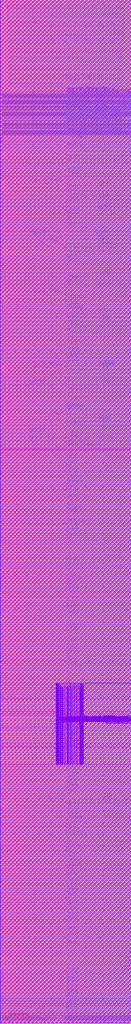
<source format=lef>
# LEF OUT API 
# Creation Date : Thu Dec 16 05:51:21 PST 2021
# 
VERSION 5.8 ;
BUSBITCHARS "[]" ;
DIVIDERCHAR "/" ;
MACRO dwc_ddrphy_txrxdq_ns
  CLASS BLOCK ;
  ORIGIN 0 0 ;
  FOREIGN dwc_ddrphy_txrxdq_ns 0 0 ;
  SYMMETRY X Y ;
  SIZE 38.16 BY 297 ;
  PIN DlySweepOut
    DIRECTION OUTPUT ;
    USE SIGNAL ;
    ANTENNAPARTIALMETALAREA 1.66536 LAYER D6 ;
    ANTENNAPARTIALMETALSIDEAREA 3.76146 LAYER D6 ;
    ANTENNADIFFAREA 0.025272 LAYER D6 ;
    PORT
      LAYER D6 ;
        RECT 18.17 0 18.25 0.08 ;
    END
  END DlySweepOut
  PIN DlySweepIn
    DIRECTION INPUT ;
    USE SIGNAL ;
    ANTENNAPARTIALMETALAREA 1.33048 LAYER D6 ;
    ANTENNAPARTIALMETALSIDEAREA 3.00798 LAYER D6 ;
    ANTENNAMODEL OXIDE1 ;
      ANTENNAGATEAREA 0.001296 LAYER D6 ;
      ANTENNAMAXAREACAR 1071.91 LAYER D6 ;
      ANTENNAMAXSIDEAREACAR 2470.1 LAYER D6 ;
    PORT
      LAYER D6 ;
        RECT 18.46 0 18.54 0.08 ;
    END
  END DlySweepIn
  PIN CsrVrefDAC3[6]
    DIRECTION INPUT ;
    USE SIGNAL ;
    ANTENNAPARTIALMETALAREA 0.7204399375 LAYER M4 ;
    ANTENNAPARTIALMETALSIDEAREA 1.62329 LAYER M4 ;
    ANTENNAMODEL OXIDE1 ;
      ANTENNAGATEAREA 0.001296 LAYER M4 ;
      ANTENNAMAXAREACAR 564.47 LAYER M4 ;
      ANTENNAMAXSIDEAREACAR 1281.26 LAYER M4 ;
    PORT
      LAYER M4 ;
        RECT 22.868 75.21125 22.9 97.725 ;
    END
  END CsrVrefDAC3[6]
  PIN CsrVrefDAC3[5]
    DIRECTION INPUT ;
    USE SIGNAL ;
    ANTENNAPARTIALMETALAREA 0.7204399375 LAYER M4 ;
    ANTENNAPARTIALMETALSIDEAREA 1.62329 LAYER M4 ;
    ANTENNAMODEL OXIDE1 ;
      ANTENNAGATEAREA 0.001296 LAYER M4 ;
      ANTENNAMAXAREACAR 564.47 LAYER M4 ;
      ANTENNAMAXSIDEAREACAR 1281.26 LAYER M4 ;
    PORT
      LAYER M4 ;
        RECT 22.508 75.21125 22.54 97.725 ;
    END
  END CsrVrefDAC3[5]
  PIN CsrVrefDAC3[4]
    DIRECTION INPUT ;
    USE SIGNAL ;
    ANTENNAPARTIALMETALAREA 0.7204399375 LAYER M4 ;
    ANTENNAPARTIALMETALSIDEAREA 1.62329 LAYER M4 ;
    ANTENNAMODEL OXIDE1 ;
      ANTENNAGATEAREA 0.001296 LAYER M4 ;
      ANTENNAMAXAREACAR 564.47 LAYER M4 ;
      ANTENNAMAXSIDEAREACAR 1281.26 LAYER M4 ;
    PORT
      LAYER M4 ;
        RECT 22.148 75.21125 22.18 97.725 ;
    END
  END CsrVrefDAC3[4]
  PIN CsrVrefDAC3[3]
    DIRECTION INPUT ;
    USE SIGNAL ;
    ANTENNAPARTIALMETALAREA 0.7204399375 LAYER M4 ;
    ANTENNAPARTIALMETALSIDEAREA 1.62329 LAYER M4 ;
    ANTENNAMODEL OXIDE1 ;
      ANTENNAGATEAREA 0.001296 LAYER M4 ;
      ANTENNAMAXAREACAR 564.47 LAYER M4 ;
      ANTENNAMAXSIDEAREACAR 1281.26 LAYER M4 ;
    PORT
      LAYER M4 ;
        RECT 21.788 75.21125 21.82 97.725 ;
    END
  END CsrVrefDAC3[3]
  PIN CsrVrefDAC3[2]
    DIRECTION INPUT ;
    USE SIGNAL ;
    ANTENNAPARTIALMETALAREA 0.7204399375 LAYER M4 ;
    ANTENNAPARTIALMETALSIDEAREA 1.62329 LAYER M4 ;
    ANTENNAMODEL OXIDE1 ;
      ANTENNAGATEAREA 0.001296 LAYER M4 ;
      ANTENNAMAXAREACAR 564.47 LAYER M4 ;
      ANTENNAMAXSIDEAREACAR 1281.26 LAYER M4 ;
    PORT
      LAYER M4 ;
        RECT 21.428 75.21125 21.46 97.725 ;
    END
  END CsrVrefDAC3[2]
  PIN CsrVrefDAC3[1]
    DIRECTION INPUT ;
    USE SIGNAL ;
    ANTENNAPARTIALMETALAREA 0.7204399375 LAYER M4 ;
    ANTENNAPARTIALMETALSIDEAREA 1.62329 LAYER M4 ;
    ANTENNAMODEL OXIDE1 ;
      ANTENNAGATEAREA 0.001296 LAYER M4 ;
      ANTENNAMAXAREACAR 564.47 LAYER M4 ;
      ANTENNAMAXSIDEAREACAR 1281.26 LAYER M4 ;
    PORT
      LAYER M4 ;
        RECT 21.068 75.21125 21.1 97.725 ;
    END
  END CsrVrefDAC3[1]
  PIN CsrVrefDAC3[0]
    DIRECTION INPUT ;
    USE SIGNAL ;
    ANTENNAPARTIALMETALAREA 0.7204399375 LAYER M4 ;
    ANTENNAPARTIALMETALSIDEAREA 1.62329 LAYER M4 ;
    ANTENNAMODEL OXIDE1 ;
      ANTENNAGATEAREA 0.001296 LAYER M4 ;
      ANTENNAMAXAREACAR 562.248 LAYER M4 ;
      ANTENNAMAXSIDEAREACAR 1274.6 LAYER M4 ;
    PORT
      LAYER M4 ;
        RECT 20.708 75.21125 20.74 97.725 ;
    END
  END CsrVrefDAC3[0]
  PIN CsrVrefDAC2[6]
    DIRECTION INPUT ;
    USE SIGNAL ;
    ANTENNAPARTIALMETALAREA 0.7204399375 LAYER M4 ;
    ANTENNAPARTIALMETALSIDEAREA 1.62329 LAYER M4 ;
    ANTENNAMODEL OXIDE1 ;
      ANTENNAGATEAREA 0.001296 LAYER M4 ;
      ANTENNAMAXAREACAR 564.47 LAYER M4 ;
      ANTENNAMAXSIDEAREACAR 1281.26 LAYER M4 ;
    PORT
      LAYER M4 ;
        RECT 19.748 75.21125 19.78 97.702 ;
    END
  END CsrVrefDAC2[6]
  PIN CsrVrefDAC2[5]
    DIRECTION INPUT ;
    USE SIGNAL ;
    ANTENNAPARTIALMETALAREA 0.7204399375 LAYER M4 ;
    ANTENNAPARTIALMETALSIDEAREA 1.62329 LAYER M4 ;
    ANTENNAMODEL OXIDE1 ;
      ANTENNAGATEAREA 0.001296 LAYER M4 ;
      ANTENNAMAXAREACAR 564.47 LAYER M4 ;
      ANTENNAMAXSIDEAREACAR 1281.26 LAYER M4 ;
    PORT
      LAYER M4 ;
        RECT 19.388 75.21125 19.42 97.702 ;
    END
  END CsrVrefDAC2[5]
  PIN CsrVrefDAC2[4]
    DIRECTION INPUT ;
    USE SIGNAL ;
    ANTENNAPARTIALMETALAREA 0.7204399375 LAYER M4 ;
    ANTENNAPARTIALMETALSIDEAREA 1.62329 LAYER M4 ;
    ANTENNAMODEL OXIDE1 ;
      ANTENNAGATEAREA 0.001296 LAYER M4 ;
      ANTENNAMAXAREACAR 564.47 LAYER M4 ;
      ANTENNAMAXSIDEAREACAR 1281.26 LAYER M4 ;
    PORT
      LAYER M4 ;
        RECT 19.028 75.21125 19.06 97.702 ;
    END
  END CsrVrefDAC2[4]
  PIN CsrVrefDAC2[3]
    DIRECTION INPUT ;
    USE SIGNAL ;
    ANTENNAPARTIALMETALAREA 0.7204399375 LAYER M4 ;
    ANTENNAPARTIALMETALSIDEAREA 1.62329 LAYER M4 ;
    ANTENNAMODEL OXIDE1 ;
      ANTENNAGATEAREA 0.001296 LAYER M4 ;
      ANTENNAMAXAREACAR 564.47 LAYER M4 ;
      ANTENNAMAXSIDEAREACAR 1281.26 LAYER M4 ;
    PORT
      LAYER M4 ;
        RECT 18.668 75.21125 18.7 97.702 ;
    END
  END CsrVrefDAC2[3]
  PIN CsrVrefDAC2[2]
    DIRECTION INPUT ;
    USE SIGNAL ;
    ANTENNAPARTIALMETALAREA 0.7204399375 LAYER M4 ;
    ANTENNAPARTIALMETALSIDEAREA 1.62329 LAYER M4 ;
    ANTENNAMODEL OXIDE1 ;
      ANTENNAGATEAREA 0.001296 LAYER M4 ;
      ANTENNAMAXAREACAR 564.47 LAYER M4 ;
      ANTENNAMAXSIDEAREACAR 1281.26 LAYER M4 ;
    PORT
      LAYER M4 ;
        RECT 18.308 75.21125 18.34 97.702 ;
    END
  END CsrVrefDAC2[2]
  PIN CsrVrefDAC2[1]
    DIRECTION INPUT ;
    USE SIGNAL ;
    ANTENNAPARTIALMETALAREA 0.7204399375 LAYER M4 ;
    ANTENNAPARTIALMETALSIDEAREA 1.62329 LAYER M4 ;
    ANTENNAMODEL OXIDE1 ;
      ANTENNAGATEAREA 0.001296 LAYER M4 ;
      ANTENNAMAXAREACAR 564.47 LAYER M4 ;
      ANTENNAMAXSIDEAREACAR 1281.26 LAYER M4 ;
    PORT
      LAYER M4 ;
        RECT 17.948 75.21125 17.98 97.702 ;
    END
  END CsrVrefDAC2[1]
  PIN CsrVrefDAC2[0]
    DIRECTION INPUT ;
    USE SIGNAL ;
    ANTENNAPARTIALMETALAREA 0.7204399375 LAYER M4 ;
    ANTENNAPARTIALMETALSIDEAREA 1.62329 LAYER M4 ;
    ANTENNAMODEL OXIDE1 ;
      ANTENNAGATEAREA 0.001296 LAYER M4 ;
      ANTENNAMAXAREACAR 562.248 LAYER M4 ;
      ANTENNAMAXSIDEAREACAR 1274.6 LAYER M4 ;
    PORT
      LAYER M4 ;
        RECT 17.588 75.21125 17.62 97.702 ;
    END
  END CsrVrefDAC2[0]
  PIN CsrVrefDAC1[6]
    DIRECTION INPUT ;
    USE SIGNAL ;
    ANTENNAPARTIALMETALAREA 0.7962479375 LAYER M4 ;
    ANTENNAPARTIALMETALSIDEAREA 1.79386 LAYER M4 ;
    ANTENNAMODEL OXIDE1 ;
      ANTENNAGATEAREA 0.001296 LAYER M4 ;
      ANTENNAMAXAREACAR 649.405 LAYER M4 ;
      ANTENNAMAXSIDEAREACAR 1485.69 LAYER M4 ;
    PORT
      LAYER M4 ;
        RECT 23.9105 75.21125 23.9425 98.6365 ;
    END
  END CsrVrefDAC1[6]
  PIN CsrVrefDAC1[5]
    DIRECTION INPUT ;
    USE SIGNAL ;
    ANTENNAPARTIALMETALAREA 0.79164 LAYER M4 ;
    ANTENNAPARTIALMETALSIDEAREA 1.78349 LAYER M4 ;
    ANTENNAMODEL OXIDE1 ;
      ANTENNAGATEAREA 0.001296 LAYER M4 ;
      ANTENNAMAXAREACAR 647.849 LAYER M4 ;
      ANTENNAMAXSIDEAREACAR 1485.69 LAYER M4 ;
    PORT
      LAYER M4 ;
        RECT 23.8385 75.21125 23.8705 98.6365 ;
    END
  END CsrVrefDAC1[5]
  PIN CsrVrefDAC1[4]
    DIRECTION INPUT ;
    USE SIGNAL ;
    ANTENNAPARTIALMETALAREA 0.771864 LAYER M4 ;
    ANTENNAPARTIALMETALSIDEAREA 1.739 LAYER M4 ;
    ANTENNAMODEL OXIDE1 ;
      ANTENNAGATEAREA 0.001296 LAYER M4 ;
      ANTENNAMAXAREACAR 636.534 LAYER M4 ;
      ANTENNAMAXSIDEAREACAR 1464.03 LAYER M4 ;
    PORT
      LAYER M4 ;
        RECT 23.7665 75.21125 23.7985 98.6365 ;
    END
  END CsrVrefDAC1[4]
  PIN CsrVrefDAC1[3]
    DIRECTION INPUT ;
    USE SIGNAL ;
    ANTENNAPARTIALMETALAREA 0.7734 LAYER M4 ;
    ANTENNAPARTIALMETALSIDEAREA 1.74245 LAYER M4 ;
    ANTENNAMODEL OXIDE1 ;
      ANTENNAGATEAREA 0.001296 LAYER M4 ;
      ANTENNAMAXAREACAR 640.831 LAYER M4 ;
      ANTENNAMAXSIDEAREACAR 1476.69 LAYER M4 ;
    PORT
      LAYER M4 ;
        RECT 23.6345 75.21125 23.6665 98.6365 ;
    END
  END CsrVrefDAC1[3]
  PIN CsrVrefDAC1[2]
    DIRECTION INPUT ;
    USE SIGNAL ;
    ANTENNAPARTIALMETALAREA 0.790104 LAYER M4 ;
    ANTENNAPARTIALMETALSIDEAREA 1.78004 LAYER M4 ;
    ANTENNAMODEL OXIDE1 ;
      ANTENNAGATEAREA 0.001296 LAYER M4 ;
      ANTENNAMAXAREACAR 660.442 LAYER M4 ;
      ANTENNAMAXSIDEAREACAR 1525.03 LAYER M4 ;
    PORT
      LAYER M4 ;
        RECT 23.5625 75.21125 23.5945 98.6365 ;
    END
  END CsrVrefDAC1[2]
  PIN CsrVrefDAC1[1]
    DIRECTION INPUT ;
    USE SIGNAL ;
    ANTENNAPARTIALMETALAREA 0.794712 LAYER M4 ;
    ANTENNAPARTIALMETALSIDEAREA 1.79041 LAYER M4 ;
    ANTENNAMODEL OXIDE1 ;
      ANTENNAGATEAREA 0.001296 LAYER M4 ;
      ANTENNAMAXAREACAR 672.664 LAYER M4 ;
      ANTENNAMAXSIDEAREACAR 1557.03 LAYER M4 ;
    PORT
      LAYER M4 ;
        RECT 23.4905 75.21125 23.5225 98.6365 ;
    END
  END CsrVrefDAC1[1]
  PIN CsrVrefDAC1[0]
    DIRECTION INPUT ;
    USE SIGNAL ;
    ANTENNAPARTIALMETALAREA 0.780792 LAYER M4 ;
    ANTENNAPARTIALMETALSIDEAREA 1.75909 LAYER M4 ;
    ANTENNAMODEL OXIDE1 ;
      ANTENNAGATEAREA 0.001296 LAYER M4 ;
      ANTENNAMAXAREACAR 657.529 LAYER M4 ;
      ANTENNAMAXSIDEAREACAR 1525.51 LAYER M4 ;
    PORT
      LAYER M4 ;
        RECT 23.4185 75.21125 23.4505 98.6365 ;
    END
  END CsrVrefDAC1[0]
  PIN CsrVrefDAC0[6]
    DIRECTION INPUT ;
    USE SIGNAL ;
    ANTENNAPARTIALMETALAREA 0.798808 LAYER M4 ;
    ANTENNAPARTIALMETALSIDEAREA 1.79962 LAYER M4 ;
    ANTENNAMODEL OXIDE1 ;
      ANTENNAGATEAREA 0.001296 LAYER M4 ;
      ANTENNAMAXAREACAR 691.38 LAYER M4 ;
      ANTENNAMAXSIDEAREACAR 1609.03 LAYER M4 ;
    PORT
      LAYER M4 ;
        RECT 16.6455 75.21125 16.6775 98.6365 ;
    END
  END CsrVrefDAC0[6]
  PIN CsrVrefDAC0[5]
    DIRECTION INPUT ;
    USE SIGNAL ;
    ANTENNAPARTIALMETALAREA 0.797512 LAYER M4 ;
    ANTENNAPARTIALMETALSIDEAREA 1.79671 LAYER M4 ;
    ANTENNAMODEL OXIDE1 ;
      ANTENNAGATEAREA 0.001296 LAYER M4 ;
      ANTENNAMAXAREACAR 680.898 LAYER M4 ;
      ANTENNAMAXSIDEAREACAR 1579.22 LAYER M4 ;
    PORT
      LAYER M4 ;
        RECT 16.7175 75.21125 16.7495 98.6365 ;
    END
  END CsrVrefDAC0[5]
  PIN CsrVrefDAC0[4]
    DIRECTION INPUT ;
    USE SIGNAL ;
    ANTENNAPARTIALMETALAREA 0.79484 LAYER M4 ;
    ANTENNAPARTIALMETALSIDEAREA 1.7906899375 LAYER M4 ;
    ANTENNAMODEL OXIDE1 ;
      ANTENNAGATEAREA 0.001296 LAYER M4 ;
      ANTENNAMAXAREACAR 669.355 LAYER M4 ;
      ANTENNAMAXSIDEAREACAR 1547.03 LAYER M4 ;
    PORT
      LAYER M4 ;
        RECT 16.7895 75.21125 16.8215 98.6365 ;
    END
  END CsrVrefDAC0[4]
  PIN CsrVrefDAC0[3]
    DIRECTION INPUT ;
    USE SIGNAL ;
    ANTENNAPARTIALMETALAREA 0.793176 LAYER M4 ;
    ANTENNAPARTIALMETALSIDEAREA 1.78695 LAYER M4 ;
    ANTENNAMODEL OXIDE1 ;
      ANTENNAGATEAREA 0.001296 LAYER M4 ;
      ANTENNAMAXAREACAR 657.849 LAYER M4 ;
      ANTENNAMAXSIDEAREACAR 1514.14 LAYER M4 ;
    PORT
      LAYER M4 ;
        RECT 16.9215 75.21125 16.9535 98.6365 ;
    END
  END CsrVrefDAC0[3]
  PIN CsrVrefDAC0[2]
    DIRECTION INPUT ;
    USE SIGNAL ;
    ANTENNAPARTIALMETALAREA 0.79164 LAYER M4 ;
    ANTENNAPARTIALMETALSIDEAREA 1.78349 LAYER M4 ;
    ANTENNAMODEL OXIDE1 ;
      ANTENNAGATEAREA 0.001296 LAYER M4 ;
      ANTENNAMAXAREACAR 647.553 LAYER M4 ;
      ANTENNAMAXSIDEAREACAR 1484.81 LAYER M4 ;
    PORT
      LAYER M4 ;
        RECT 16.9935 75.21125 17.0255 98.6365 ;
    END
  END CsrVrefDAC0[2]
  PIN CsrVrefDAC0[1]
    DIRECTION INPUT ;
    USE SIGNAL ;
    ANTENNAPARTIALMETALAREA 0.780792 LAYER M4 ;
    ANTENNAPARTIALMETALSIDEAREA 1.75909 LAYER M4 ;
    ANTENNAMODEL OXIDE1 ;
      ANTENNAGATEAREA 0.001296 LAYER M4 ;
      ANTENNAMAXAREACAR 623.677 LAYER M4 ;
      ANTENNAMAXSIDEAREACAR 1423.96 LAYER M4 ;
    PORT
      LAYER M4 ;
        RECT 17.0655 75.21125 17.0975 98.6365 ;
    END
  END CsrVrefDAC0[1]
  PIN CsrVrefDAC0[0]
    DIRECTION INPUT ;
    USE SIGNAL ;
    ANTENNAPARTIALMETALAREA 0.790104 LAYER M4 ;
    ANTENNAPARTIALMETALSIDEAREA 1.78004 LAYER M4 ;
    ANTENNAMODEL OXIDE1 ;
      ANTENNAGATEAREA 0.001296 LAYER M4 ;
      ANTENNAMAXAREACAR 629.257 LAYER M4 ;
      ANTENNAMAXSIDEAREACAR 1431.47 LAYER M4 ;
    PORT
      LAYER M4 ;
        RECT 17.1375 75.21125 17.1695 98.6365 ;
    END
  END CsrVrefDAC0[0]
  PIN CsrSelAnalogVref
    DIRECTION INPUT ;
    USE SIGNAL ;
    ANTENNAPARTIALMETALAREA 0.737896 LAYER M4 ;
    ANTENNAPARTIALMETALSIDEAREA 1.66257 LAYER M4 ;
    ANTENNAMODEL OXIDE1 ;
      ANTENNAGATEAREA 0.001296 LAYER M4 ;
      ANTENNAMAXAREACAR 576.458 LAYER M4 ;
      ANTENNAMAXSIDEAREACAR 1307.12 LAYER M4 ;
    PORT
      LAYER M4 ;
        RECT 17.468 75.21125 17.5 98.2705 ;
    END
  END CsrSelAnalogVref
  PIN CsrRxCurrAdj[7]
    DIRECTION INPUT ;
    USE SIGNAL ;
    ANTENNAPARTIALMETALAREA 0.759192 LAYER M4 ;
    ANTENNAPARTIALMETALSIDEAREA 1.71049 LAYER M4 ;
    ANTENNAMODEL OXIDE1 ;
      ANTENNAGATEAREA 0.001296 LAYER M4 ;
      ANTENNAMAXAREACAR 619.201 LAYER M4 ;
      ANTENNAMAXSIDEAREACAR 1421.36 LAYER M4 ;
    PORT
      LAYER M4 ;
        RECT 24.2585 75.21125 24.2905 98.6365 ;
    END
  END CsrRxCurrAdj[7]
  PIN CsrRxCurrAdj[6]
    DIRECTION INPUT ;
    USE SIGNAL ;
    ANTENNAPARTIALMETALAREA 0.763224 LAYER M4 ;
    ANTENNAPARTIALMETALSIDEAREA 1.71956 LAYER M4 ;
    ANTENNAMODEL OXIDE1 ;
      ANTENNAGATEAREA 0.001296 LAYER M4 ;
      ANTENNAMAXAREACAR 631.529 LAYER M4 ;
      ANTENNAMAXSIDEAREACAR 1457.68 LAYER M4 ;
    PORT
      LAYER M4 ;
        RECT 24.1865 75.21125 24.2185 98.6365 ;
    END
  END CsrRxCurrAdj[6]
  PIN CsrRxCurrAdj[5]
    DIRECTION INPUT ;
    USE SIGNAL ;
    ANTENNAPARTIALMETALAREA 0.76476 LAYER M4 ;
    ANTENNAPARTIALMETALSIDEAREA 1.72301 LAYER M4 ;
    ANTENNAMODEL OXIDE1 ;
      ANTENNAGATEAREA 0.001296 LAYER M4 ;
      ANTENNAMAXAREACAR 645.275 LAYER M4 ;
      ANTENNAMAXSIDEAREACAR 1497.69 LAYER M4 ;
    PORT
      LAYER M4 ;
        RECT 24.1145 75.21125 24.1465 98.6365 ;
    END
  END CsrRxCurrAdj[5]
  PIN CsrRxCurrAdj[4]
    DIRECTION INPUT ;
    USE SIGNAL ;
    ANTENNAPARTIALMETALAREA 0.767832 LAYER M4 ;
    ANTENNAPARTIALMETALSIDEAREA 1.72993 LAYER M4 ;
    ANTENNAMODEL OXIDE1 ;
      ANTENNAGATEAREA 0.001296 LAYER M4 ;
      ANTENNAMAXAREACAR 661.868 LAYER M4 ;
      ANTENNAMAXSIDEAREACAR 1544.36 LAYER M4 ;
    PORT
      LAYER M4 ;
        RECT 24.0425 75.21125 24.0745 98.6365 ;
    END
  END CsrRxCurrAdj[4]
  PIN CsrRxCurrAdj[3]
    DIRECTION INPUT ;
    USE SIGNAL ;
    ANTENNAPARTIALMETALAREA 0.76364 LAYER M4 ;
    ANTENNAPARTIALMETALSIDEAREA 1.72049 LAYER M4 ;
    ANTENNAMODEL OXIDE1 ;
      ANTENNAGATEAREA 0.001296 LAYER M4 ;
      ANTENNAMAXAREACAR 658.752 LAYER M4 ;
      ANTENNAMAXSIDEAREACAR 1539.11 LAYER M4 ;
    PORT
      LAYER M4 ;
        RECT 16.25675 75.21125 16.28875 98.6365 ;
    END
  END CsrRxCurrAdj[3]
  PIN CsrRxCurrAdj[2]
    DIRECTION INPUT ;
    USE SIGNAL ;
    ANTENNAPARTIALMETALAREA 0.759192 LAYER M4 ;
    ANTENNAPARTIALMETALSIDEAREA 1.71049 LAYER M4 ;
    ANTENNAMODEL OXIDE1 ;
      ANTENNAGATEAREA 0.001296 LAYER M4 ;
      ANTENNAMAXAREACAR 643.437 LAYER M4 ;
      ANTENNAMAXSIDEAREACAR 1494.07 LAYER M4 ;
    PORT
      LAYER M4 ;
        RECT 16.32875 75.21125 16.36075 98.6365 ;
    END
  END CsrRxCurrAdj[2]
  PIN CsrRxCurrAdj[1]
    DIRECTION INPUT ;
    USE SIGNAL ;
    ANTENNAPARTIALMETALAREA 0.771864 LAYER M4 ;
    ANTENNAPARTIALMETALSIDEAREA 1.739 LAYER M4 ;
    ANTENNAMODEL OXIDE1 ;
      ANTENNAGATEAREA 0.001296 LAYER M4 ;
      ANTENNAMAXAREACAR 641.465 LAYER M4 ;
      ANTENNAMAXSIDEAREACAR 1479.07 LAYER M4 ;
    PORT
      LAYER M4 ;
        RECT 16.40075 75.21125 16.43275 98.6365 ;
    END
  END CsrRxCurrAdj[1]
  PIN CsrRxCurrAdj[0]
    DIRECTION INPUT ;
    USE SIGNAL ;
    ANTENNAPARTIALMETALAREA 0.754872 LAYER M4 ;
    ANTENNAPARTIALMETALSIDEAREA 1.70077 LAYER M4 ;
    ANTENNAMODEL OXIDE1 ;
      ANTENNAGATEAREA 0.001296 LAYER M4 ;
      ANTENNAMAXAREACAR 613.895 LAYER M4 ;
      ANTENNAMAXSIDEAREACAR 1406.07 LAYER M4 ;
    PORT
      LAYER M4 ;
        RECT 16.47275 75.21125 16.50475 98.6365 ;
    END
  END CsrRxCurrAdj[0]
  PIN CsrRxChPowerdown[3]
    DIRECTION INPUT ;
    USE SIGNAL ;
    ANTENNAPARTIALMETALAREA 0.74636 LAYER M4 ;
    ANTENNAPARTIALMETALSIDEAREA 1.68161 LAYER M4 ;
    ANTENNAMODEL OXIDE1 ;
      ANTENNAGATEAREA 0.001296 LAYER M4 ;
      ANTENNAMAXAREACAR 583.748 LAYER M4 ;
      ANTENNAMAXSIDEAREACAR 1324.1 LAYER M4 ;
    PORT
      LAYER M4 ;
        RECT 19.868 75.21125 19.9 97.702 ;
    END
  END CsrRxChPowerdown[3]
  PIN CsrRxChPowerdown[2]
    DIRECTION INPUT ;
    USE SIGNAL ;
    ANTENNAPARTIALMETALAREA 0.74636 LAYER M4 ;
    ANTENNAPARTIALMETALSIDEAREA 1.68161 LAYER M4 ;
    ANTENNAMODEL OXIDE1 ;
      ANTENNAGATEAREA 0.001296 LAYER M4 ;
      ANTENNAMAXAREACAR 589.655 LAYER M4 ;
      ANTENNAMAXSIDEAREACAR 1341.82 LAYER M4 ;
    PORT
      LAYER M4 ;
        RECT 19.508 75.21125 19.54 97.702 ;
    END
  END CsrRxChPowerdown[2]
  PIN CsrRxChPowerdown[1]
    DIRECTION INPUT ;
    USE SIGNAL ;
    ANTENNAPARTIALMETALAREA 0.74636 LAYER M4 ;
    ANTENNAPARTIALMETALSIDEAREA 1.68161 LAYER M4 ;
    ANTENNAMODEL OXIDE1 ;
      ANTENNAGATEAREA 0.001296 LAYER M4 ;
      ANTENNAMAXAREACAR 585.211 LAYER M4 ;
      ANTENNAMAXSIDEAREACAR 1328.49 LAYER M4 ;
    PORT
      LAYER M4 ;
        RECT 18.068 75.21125 18.1 97.702 ;
    END
  END CsrRxChPowerdown[1]
  PIN CsrRxChPowerdown[0]
    DIRECTION INPUT ;
    USE SIGNAL ;
    ANTENNAPARTIALMETALAREA 0.74636 LAYER M4 ;
    ANTENNAPARTIALMETALSIDEAREA 1.68161 LAYER M4 ;
    ANTENNAMODEL OXIDE1 ;
      ANTENNAGATEAREA 0.001296 LAYER M4 ;
      ANTENNAMAXAREACAR 583.507 LAYER M4 ;
      ANTENNAMAXSIDEAREACAR 1323.37 LAYER M4 ;
    PORT
      LAYER M4 ;
        RECT 17.708 75.21125 17.74 97.702 ;
    END
  END CsrRxChPowerdown[0]
  PIN CsrExtVrefRange
    DIRECTION INPUT ;
    USE SIGNAL ;
    ANTENNAPARTIALMETALAREA 0.7290799375 LAYER M4 ;
    ANTENNAPARTIALMETALSIDEAREA 1.64273 LAYER M4 ;
    ANTENNAMODEL OXIDE1 ;
      ANTENNAGATEAREA 0.001296 LAYER M4 ;
      ANTENNAMAXAREACAR 591.877 LAYER M4 ;
      ANTENNAMAXSIDEAREACAR 1358.49 LAYER M4 ;
    PORT
      LAYER M4 ;
        RECT 20.348 75.21125 20.38 97.995 ;
    END
  END CsrExtVrefRange
  PIN CsrDfeCtrl[2]
    DIRECTION INPUT ;
    USE SIGNAL ;
    ANTENNAPARTIALMETALAREA 0.92056 LAYER D6 ;
    ANTENNAPARTIALMETALSIDEAREA 2.0856599375 LAYER D6 ;
    ANTENNAMODEL OXIDE1 ;
      ANTENNAGATEAREA 0.001296 LAYER D6 ;
      ANTENNAMAXAREACAR 1274.44 LAYER D6 ;
      ANTENNAMAXSIDEAREACAR 4117.02 LAYER D6 ;
    PORT
      LAYER D6 ;
        RECT 36.62 0 36.7 0.08 ;
    END
  END CsrDfeCtrl[2]
  PIN CsrDfeCtrl[1]
    DIRECTION INPUT ;
    USE SIGNAL ;
    ANTENNAPARTIALMETALAREA 0.92696 LAYER D6 ;
    ANTENNAPARTIALMETALSIDEAREA 2.10006 LAYER D6 ;
    ANTENNAMODEL OXIDE1 ;
      ANTENNAGATEAREA 0.001296 LAYER D6 ;
      ANTENNAMAXAREACAR 1244.7 LAYER D6 ;
      ANTENNAMAXSIDEAREACAR 3983.95 LAYER D6 ;
    PORT
      LAYER D6 ;
        RECT 36.475 0 36.555 0.08 ;
    END
  END CsrDfeCtrl[1]
  PIN CsrDfeCtrl[0]
    DIRECTION INPUT ;
    USE SIGNAL ;
    ANTENNAPARTIALMETALAREA 0.93336 LAYER D6 ;
    ANTENNAPARTIALMETALSIDEAREA 2.1144599375 LAYER D6 ;
    ANTENNAMODEL OXIDE1 ;
      ANTENNAGATEAREA 0.001296 LAYER D6 ;
      ANTENNAMAXAREACAR 1235.07 LAYER D6 ;
      ANTENNAMAXSIDEAREACAR 3929.5 LAYER D6 ;
    PORT
      LAYER D6 ;
        RECT 36.33 0 36.41 0.08 ;
    END
  END CsrDfeCtrl[0]
  PIN CsrTxChargeCancel[3]
    DIRECTION INPUT ;
    USE SIGNAL ;
    ANTENNAPARTIALMETALAREA 1.4952 LAYER D7 ;
    ANTENNAPARTIALMETALSIDEAREA 6.7355999375 LAYER D7 ;
    ANTENNAMODEL OXIDE1 ;
      ANTENNAGATEAREA 0.001296 LAYER D7 ;
      ANTENNAMAXAREACAR 1204.22 LAYER D7 ;
      ANTENNAMAXSIDEAREACAR 5397.97 LAYER D7 ;
    PORT
      LAYER D7 ;
        RECT 0.6 269.16675 37.98 269.20675 ;
    END
  END CsrTxChargeCancel[3]
  PIN CsrTxChargeCancel[2]
    DIRECTION INPUT ;
    USE SIGNAL ;
    ANTENNAPARTIALMETALAREA 1.4952 LAYER D7 ;
    ANTENNAPARTIALMETALSIDEAREA 6.7355999375 LAYER D7 ;
    ANTENNAMODEL OXIDE1 ;
      ANTENNAGATEAREA 0.001296 LAYER D7 ;
      ANTENNAMAXAREACAR 1197.51 LAYER D7 ;
      ANTENNAMAXSIDEAREACAR 5369.49 LAYER D7 ;
    PORT
      LAYER D7 ;
        RECT 0.6 269.00675 37.98 269.04675 ;
    END
  END CsrTxChargeCancel[2]
  PIN CsrTxChargeCancel[1]
    DIRECTION INPUT ;
    USE SIGNAL ;
    ANTENNAPARTIALMETALAREA 1.4952 LAYER D7 ;
    ANTENNAPARTIALMETALSIDEAREA 6.7355999375 LAYER D7 ;
    ANTENNAMODEL OXIDE1 ;
      ANTENNAGATEAREA 0.001296 LAYER D7 ;
      ANTENNAMAXAREACAR 1202.9 LAYER D7 ;
      ANTENNAMAXSIDEAREACAR 5393.59 LAYER D7 ;
    PORT
      LAYER D7 ;
        RECT 0.6 268.84675 37.98 268.88675 ;
    END
  END CsrTxChargeCancel[1]
  PIN CsrTxChargeCancel[0]
    DIRECTION INPUT ;
    USE SIGNAL ;
    ANTENNAPARTIALMETALAREA 1.4952 LAYER D7 ;
    ANTENNAPARTIALMETALSIDEAREA 6.7355999375 LAYER D7 ;
    ANTENNAMODEL OXIDE1 ;
      ANTENNAGATEAREA 0.001296 LAYER D7 ;
      ANTENNAMAXAREACAR 1183.09 LAYER D7 ;
      ANTENNAMAXSIDEAREACAR 5317.59 LAYER D7 ;
    PORT
      LAYER D7 ;
        RECT 0.6 268.68675 37.98 268.72675 ;
    END
  END CsrTxChargeCancel[0]
  PIN CsrTxCalBaseN
    DIRECTION INPUT ;
    USE SIGNAL ;
    ANTENNAPARTIALMETALAREA 1.4952 LAYER D7 ;
    ANTENNAPARTIALMETALSIDEAREA 6.7355999375 LAYER D7 ;
    ANTENNAMODEL OXIDE1 ;
      ANTENNAGATEAREA 0.001296 LAYER D7 ;
      ANTENNAMAXAREACAR 1260.31 LAYER D7 ;
      ANTENNAMAXSIDEAREACAR 5640.32 LAYER D7 ;
    PORT
      LAYER D7 ;
        RECT 0.6 257.86175 37.98 257.90175 ;
    END
  END CsrTxCalBaseN
  PIN atpg_mode
    DIRECTION INPUT ;
    USE SIGNAL ;
    ANTENNAPARTIALMETALAREA 4.69359 LAYER D6 ;
    ANTENNAPARTIALMETALSIDEAREA 17.590699937 LAYER D6 ;
    ANTENNADIFFAREA 0.324 LAYER D6 ;
    ANTENNAMODEL OXIDE1 ;
      ANTENNAGATEAREA 0.0375839375 LAYER D6 ;
      ANTENNAMAXAREACAR 392.79 LAYER D6 ;
      ANTENNAMAXSIDEAREACAR 1161.36 LAYER D6 ;
    PORT
      LAYER D6 ;
        RECT 37.215 0 37.295 0.08 ;
    END
  END atpg_mode
  PIN TxPowerdown[1]
    DIRECTION INPUT ;
    USE SIGNAL ;
    ANTENNAPARTIALMETALAREA 0.05656 LAYER D6 ;
    ANTENNAPARTIALMETALSIDEAREA 0.14166 LAYER D6 ;
    ANTENNAMODEL OXIDE1 ;
      ANTENNAGATEAREA 0.001296 LAYER D6 ;
      ANTENNAMAXAREACAR 73.6301 LAYER D6 ;
      ANTENNAMAXSIDEAREACAR 222.695 LAYER D6 ;
    PORT
      LAYER D6 ;
        RECT 28.6625 0 28.7425 0.08 ;
    END
  END TxPowerdown[1]
  PIN TxPowerdown[0]
    DIRECTION INPUT ;
    USE SIGNAL ;
    ANTENNAPARTIALMETALAREA 0.06256 LAYER D6 ;
    ANTENNAPARTIALMETALSIDEAREA 0.15516 LAYER D6 ;
    ANTENNAMODEL OXIDE1 ;
      ANTENNAGATEAREA 0.001296 LAYER D6 ;
      ANTENNAMAXAREACAR 68.4128 LAYER D6 ;
      ANTENNAMAXSIDEAREACAR 198.639 LAYER D6 ;
    PORT
      LAYER D6 ;
        RECT 28.5175 0 28.5975 0.08 ;
    END
  END TxPowerdown[0]
  PIN TxEq
    DIRECTION INPUT ;
    USE SIGNAL ;
    ANTENNAPARTIALMETALAREA 0.21376 LAYER D6 ;
    ANTENNAPARTIALMETALSIDEAREA 0.49536 LAYER D6 ;
    ANTENNAMODEL OXIDE1 ;
      ANTENNAGATEAREA 0.0259199375 LAYER D6 ;
      ANTENNAMAXAREACAR 21.5715 LAYER D6 ;
      ANTENNAMAXSIDEAREACAR 60.6776 LAYER D6 ;
    PORT
      LAYER D6 ;
        RECT 27.9375 0 28.0175 0.08 ;
    END
  END TxEq
  PIN TxEn
    DIRECTION INPUT ;
    USE SIGNAL ;
    ANTENNAPARTIALMETALAREA 0.17056 LAYER D6 ;
    ANTENNAPARTIALMETALSIDEAREA 0.39816 LAYER D6 ;
    ANTENNAMODEL OXIDE1 ;
      ANTENNAGATEAREA 0.0259199375 LAYER D6 ;
      ANTENNAMAXAREACAR 16.7297 LAYER D6 ;
      ANTENNAMAXSIDEAREACAR 48.0424 LAYER D6 ;
    PORT
      LAYER D6 ;
        RECT 28.3725 0 28.4525 0.08 ;
    END
  END TxEn
  PIN TxDat
    DIRECTION INPUT ;
    USE SIGNAL ;
    ANTENNAPARTIALMETALAREA 0.04096 LAYER D6 ;
    ANTENNAPARTIALMETALSIDEAREA 0.10656 LAYER D6 ;
    ANTENNAMODEL OXIDE1 ;
      ANTENNAGATEAREA 0.020736 LAYER D6 ;
      ANTENNAMAXAREACAR 18.8628 LAYER D6 ;
      ANTENNAMAXSIDEAREACAR 71.302099938 LAYER D6 ;
    PORT
      LAYER D6 ;
        RECT 28.2275 0 28.3075 0.08 ;
    END
  END TxDat
  PIN TxClk
    DIRECTION INPUT ;
    USE SIGNAL ;
    ANTENNAPARTIALMETALAREA 0.10576 LAYER D6 ;
    ANTENNAPARTIALMETALSIDEAREA 0.2523599375 LAYER D6 ;
    ANTENNAMODEL OXIDE1 ;
      ANTENNAGATEAREA 0.011664 LAYER D6 ;
      ANTENNAMAXAREACAR 42.9762 LAYER D6 ;
      ANTENNAMAXSIDEAREACAR 138.026 LAYER D6 ;
    PORT
      LAYER D6 ;
        RECT 28.0825 0 28.1625 0.08 ;
    END
  END TxClk
  PIN RxCoreLoopEn
    DIRECTION INPUT ;
    USE SIGNAL ;
    ANTENNAPARTIALMETALAREA 1.38968 LAYER D6 ;
    ANTENNAPARTIALMETALSIDEAREA 3.14118 LAYER D6 ;
    ANTENNAMODEL OXIDE1 ;
      ANTENNAGATEAREA 0.047952 LAYER D6 ;
      ANTENNAMAXAREACAR 62.964799937 LAYER D6 ;
      ANTENNAMAXSIDEAREACAR 182.141 LAYER D6 ;
    PORT
      LAYER D6 ;
        RECT 19.185 0 19.265 0.08 ;
    END
  END RxCoreLoopEn
  PIN FlyOverTriTx
    DIRECTION INPUT ;
    USE SIGNAL ;
    ANTENNAPARTIALMETALAREA 0.06256 LAYER D6 ;
    ANTENNAPARTIALMETALSIDEAREA 0.15516 LAYER D6 ;
    ANTENNAMODEL OXIDE1 ;
      ANTENNAGATEAREA 0.002592 LAYER D6 ;
      ANTENNAMAXAREACAR 45.7398 LAYER D6 ;
      ANTENNAMAXSIDEAREACAR 136.201 LAYER D6 ;
    PORT
      LAYER D6 ;
        RECT 27.4625 0 27.5425 0.08 ;
    END
  END FlyOverTriTx
  PIN FlyOverEnTx
    DIRECTION INPUT ;
    USE SIGNAL ;
    ANTENNAPARTIALMETALAREA 0.09936 LAYER D6 ;
    ANTENNAPARTIALMETALSIDEAREA 0.23796 LAYER D6 ;
    ANTENNAMODEL OXIDE1 ;
      ANTENNAGATEAREA 0.001296 LAYER D6 ;
      ANTENNAMAXAREACAR 167.9 LAYER D6 ;
      ANTENNAMAXSIDEAREACAR 573.042 LAYER D6 ;
    PORT
      LAYER D6 ;
        RECT 26.5375 0 26.6175 0.08 ;
    END
  END FlyOverEnTx
  PIN FlyOverDataTx
    DIRECTION INPUT ;
    USE SIGNAL ;
    ANTENNAPARTIALMETALAREA 0.05616 LAYER D6 ;
    ANTENNAPARTIALMETALSIDEAREA 0.14076 LAYER D6 ;
    ANTENNAMODEL OXIDE1 ;
      ANTENNAGATEAREA 0.001296 LAYER D6 ;
      ANTENNAMAXAREACAR 90.1867 LAYER D6 ;
      ANTENNAMAXSIDEAREACAR 269.861 LAYER D6 ;
    PORT
      LAYER D6 ;
        RECT 27.3175 0 27.3975 0.08 ;
    END
  END FlyOverDataTx
  PIN Ctlpipe_ODT
    DIRECTION INPUT ;
    USE SIGNAL ;
    ANTENNAPARTIALMETALAREA 0.18748 LAYER D6 ;
    ANTENNAPARTIALMETALSIDEAREA 0.43623 LAYER D6 ;
    ANTENNAMODEL OXIDE1 ;
      ANTENNAGATEAREA 0.002592 LAYER D6 ;
      ANTENNAMAXAREACAR 151.155 LAYER D6 ;
      ANTENNAMAXSIDEAREACAR 433.289 LAYER D6 ;
    PORT
      LAYER D6 ;
        RECT 27.6075 0 27.6875 0.08 ;
    END
  END Ctlpipe_ODT
  PIN CsrTxStrenEqLo480Pu
    DIRECTION INPUT ;
    USE SIGNAL ;
    ANTENNAPARTIALMETALAREA 0.05656 LAYER D6 ;
    ANTENNAPARTIALMETALSIDEAREA 0.14166 LAYER D6 ;
    ANTENNAMODEL OXIDE1 ;
      ANTENNAGATEAREA 0.003456 LAYER D6 ;
      ANTENNAMAXAREACAR 63.173299937 LAYER D6 ;
      ANTENNAMAXSIDEAREACAR 138.625 LAYER D6 ;
    PORT
      LAYER D6 ;
        RECT 27.0275 0 27.1075 0.08 ;
    END
  END CsrTxStrenEqLo480Pu
  PIN CsrTxStrenEqLo480Pd
    DIRECTION INPUT ;
    USE SIGNAL ;
    ANTENNAPARTIALMETALAREA 0.05616 LAYER D6 ;
    ANTENNAPARTIALMETALSIDEAREA 0.14076 LAYER D6 ;
    ANTENNAMODEL OXIDE1 ;
      ANTENNAGATEAREA 0.006912 LAYER D6 ;
      ANTENNAMAXAREACAR 30.4358 LAYER D6 ;
      ANTENNAMAXSIDEAREACAR 72.0312 LAYER D6 ;
    PORT
      LAYER D6 ;
        RECT 28.9525 0 29.0325 0.08 ;
    END
  END CsrTxStrenEqLo480Pd
  PIN CsrTxStrenEqLo240Pu
    DIRECTION INPUT ;
    USE SIGNAL ;
    ANTENNAPARTIALMETALAREA 0.05656 LAYER D6 ;
    ANTENNAPARTIALMETALSIDEAREA 0.14166 LAYER D6 ;
    ANTENNAMODEL OXIDE1 ;
      ANTENNAGATEAREA 0.003456 LAYER D6 ;
      ANTENNAMAXAREACAR 63.173299937 LAYER D6 ;
      ANTENNAMAXSIDEAREACAR 138.625 LAYER D6 ;
    PORT
      LAYER D6 ;
        RECT 25.8275 0 25.9075 0.08 ;
    END
  END CsrTxStrenEqLo240Pu
  PIN CsrTxStrenEqLo240Pd
    DIRECTION INPUT ;
    USE SIGNAL ;
    ANTENNAPARTIALMETALAREA 0.05616 LAYER D6 ;
    ANTENNAPARTIALMETALSIDEAREA 0.14076 LAYER D6 ;
    ANTENNAMODEL OXIDE1 ;
      ANTENNAGATEAREA 0.006912 LAYER D6 ;
      ANTENNAMAXAREACAR 30.3779 LAYER D6 ;
      ANTENNAMAXSIDEAREACAR 71.770799938 LAYER D6 ;
    PORT
      LAYER D6 ;
        RECT 30.1525 0 30.2325 0.08 ;
    END
  END CsrTxStrenEqLo240Pd
  PIN CsrTxStrenEqLo120Pu[3]
    DIRECTION INPUT ;
    USE SIGNAL ;
    ANTENNAPARTIALMETALAREA 0.05616 LAYER D6 ;
    ANTENNAPARTIALMETALSIDEAREA 0.14076 LAYER D6 ;
    ANTENNAMODEL OXIDE1 ;
      ANTENNAGATEAREA 0.003456 LAYER D6 ;
      ANTENNAMAXAREACAR 63.0576 LAYER D6 ;
      ANTENNAMAXSIDEAREACAR 138.365 LAYER D6 ;
    PORT
      LAYER D6 ;
        RECT 21.0275 0 21.1075 0.08 ;
    END
  END CsrTxStrenEqLo120Pu[3]
  PIN CsrTxStrenEqLo120Pu[2]
    DIRECTION INPUT ;
    USE SIGNAL ;
    ANTENNAPARTIALMETALAREA 0.05616 LAYER D6 ;
    ANTENNAPARTIALMETALSIDEAREA 0.14076 LAYER D6 ;
    ANTENNAMODEL OXIDE1 ;
      ANTENNAGATEAREA 0.003456 LAYER D6 ;
      ANTENNAMAXAREACAR 63.0576 LAYER D6 ;
      ANTENNAMAXSIDEAREACAR 138.365 LAYER D6 ;
    PORT
      LAYER D6 ;
        RECT 22.2275 0 22.3075 0.08 ;
    END
  END CsrTxStrenEqLo120Pu[2]
  PIN CsrTxStrenEqLo120Pu[1]
    DIRECTION INPUT ;
    USE SIGNAL ;
    ANTENNAPARTIALMETALAREA 0.05616 LAYER D6 ;
    ANTENNAPARTIALMETALSIDEAREA 0.14076 LAYER D6 ;
    ANTENNAMODEL OXIDE1 ;
      ANTENNAGATEAREA 0.003456 LAYER D6 ;
      ANTENNAMAXAREACAR 63.0576 LAYER D6 ;
      ANTENNAMAXSIDEAREACAR 138.365 LAYER D6 ;
    PORT
      LAYER D6 ;
        RECT 23.4275 0 23.5075 0.08 ;
    END
  END CsrTxStrenEqLo120Pu[1]
  PIN CsrTxStrenEqLo120Pu[0]
    DIRECTION INPUT ;
    USE SIGNAL ;
    ANTENNAPARTIALMETALAREA 0.05616 LAYER D6 ;
    ANTENNAPARTIALMETALSIDEAREA 0.14076 LAYER D6 ;
    ANTENNAMODEL OXIDE1 ;
      ANTENNAGATEAREA 0.003456 LAYER D6 ;
      ANTENNAMAXAREACAR 63.0576 LAYER D6 ;
      ANTENNAMAXSIDEAREACAR 138.365 LAYER D6 ;
    PORT
      LAYER D6 ;
        RECT 24.6275 0 24.7075 0.08 ;
    END
  END CsrTxStrenEqLo120Pu[0]
  PIN CsrTxStrenEqLo120Pd[3]
    DIRECTION INPUT ;
    USE SIGNAL ;
    ANTENNAPARTIALMETALAREA 0.05616 LAYER D6 ;
    ANTENNAPARTIALMETALSIDEAREA 0.14076 LAYER D6 ;
    ANTENNAMODEL OXIDE1 ;
      ANTENNAGATEAREA 0.006912 LAYER D6 ;
      ANTENNAMAXAREACAR 30.3779 LAYER D6 ;
      ANTENNAMAXSIDEAREACAR 71.770799938 LAYER D6 ;
    PORT
      LAYER D6 ;
        RECT 34.9525 0 35.0325 0.08 ;
    END
  END CsrTxStrenEqLo120Pd[3]
  PIN CsrTxStrenEqLo120Pd[2]
    DIRECTION INPUT ;
    USE SIGNAL ;
    ANTENNAPARTIALMETALAREA 0.05616 LAYER D6 ;
    ANTENNAPARTIALMETALSIDEAREA 0.14076 LAYER D6 ;
    ANTENNAMODEL OXIDE1 ;
      ANTENNAGATEAREA 0.006912 LAYER D6 ;
      ANTENNAMAXAREACAR 30.3779 LAYER D6 ;
      ANTENNAMAXSIDEAREACAR 71.770799938 LAYER D6 ;
    PORT
      LAYER D6 ;
        RECT 33.7525 0 33.8325 0.08 ;
    END
  END CsrTxStrenEqLo120Pd[2]
  PIN CsrTxStrenEqLo120Pd[1]
    DIRECTION INPUT ;
    USE SIGNAL ;
    ANTENNAPARTIALMETALAREA 0.05616 LAYER D6 ;
    ANTENNAPARTIALMETALSIDEAREA 0.14076 LAYER D6 ;
    ANTENNAMODEL OXIDE1 ;
      ANTENNAGATEAREA 0.006912 LAYER D6 ;
      ANTENNAMAXAREACAR 30.3779 LAYER D6 ;
      ANTENNAMAXSIDEAREACAR 71.770799938 LAYER D6 ;
    PORT
      LAYER D6 ;
        RECT 32.5525 0 32.6325 0.08 ;
    END
  END CsrTxStrenEqLo120Pd[1]
  PIN CsrTxStrenEqLo120Pd[0]
    DIRECTION INPUT ;
    USE SIGNAL ;
    ANTENNAPARTIALMETALAREA 0.05616 LAYER D6 ;
    ANTENNAPARTIALMETALSIDEAREA 0.14076 LAYER D6 ;
    ANTENNAMODEL OXIDE1 ;
      ANTENNAGATEAREA 0.006912 LAYER D6 ;
      ANTENNAMAXAREACAR 30.3779 LAYER D6 ;
      ANTENNAMAXSIDEAREACAR 71.770799938 LAYER D6 ;
    PORT
      LAYER D6 ;
        RECT 31.3525 0 31.4325 0.08 ;
    END
  END CsrTxStrenEqLo120Pd[0]
  PIN CsrTxStrenEqHi480Pu
    DIRECTION INPUT ;
    USE SIGNAL ;
    ANTENNAPARTIALMETALAREA 0.05616 LAYER D6 ;
    ANTENNAPARTIALMETALSIDEAREA 0.14076 LAYER D6 ;
    ANTENNAMODEL OXIDE1 ;
      ANTENNAGATEAREA 0.003456 LAYER D6 ;
      ANTENNAMAXAREACAR 65.4696 LAYER D6 ;
      ANTENNAMAXSIDEAREACAR 152.125 LAYER D6 ;
    PORT
      LAYER D6 ;
        RECT 26.3725 0 26.4525 0.08 ;
    END
  END CsrTxStrenEqHi480Pu
  PIN CsrTxStrenEqHi480Pd
    DIRECTION INPUT ;
    USE SIGNAL ;
    ANTENNAPARTIALMETALAREA 0.06256 LAYER D6 ;
    ANTENNAPARTIALMETALSIDEAREA 0.15516 LAYER D6 ;
    ANTENNAMODEL OXIDE1 ;
      ANTENNAGATEAREA 0.006912 LAYER D6 ;
      ANTENNAMAXAREACAR 30.5202 LAYER D6 ;
      ANTENNAMAXSIDEAREACAR 71.414 LAYER D6 ;
    PORT
      LAYER D6 ;
        RECT 28.8075 0 28.8875 0.08 ;
    END
  END CsrTxStrenEqHi480Pd
  PIN CsrTxStrenEqHi240Pu
    DIRECTION INPUT ;
    USE SIGNAL ;
    ANTENNAPARTIALMETALAREA 0.05616 LAYER D6 ;
    ANTENNAPARTIALMETALSIDEAREA 0.14076 LAYER D6 ;
    ANTENNAMODEL OXIDE1 ;
      ANTENNAGATEAREA 0.003456 LAYER D6 ;
      ANTENNAMAXAREACAR 65.4696 LAYER D6 ;
      ANTENNAMAXSIDEAREACAR 152.125 LAYER D6 ;
    PORT
      LAYER D6 ;
        RECT 25.1725 0 25.2525 0.08 ;
    END
  END CsrTxStrenEqHi240Pu
  PIN CsrTxStrenEqHi240Pd
    DIRECTION INPUT ;
    USE SIGNAL ;
    ANTENNAPARTIALMETALAREA 0.06256 LAYER D6 ;
    ANTENNAPARTIALMETALSIDEAREA 0.15516 LAYER D6 ;
    ANTENNAMODEL OXIDE1 ;
      ANTENNAGATEAREA 0.006912 LAYER D6 ;
      ANTENNAMAXAREACAR 30.5202 LAYER D6 ;
      ANTENNAMAXSIDEAREACAR 71.414 LAYER D6 ;
    PORT
      LAYER D6 ;
        RECT 30.0075 0 30.0875 0.08 ;
    END
  END CsrTxStrenEqHi240Pd
  PIN CsrTxStrenEqHi120Pu[3]
    DIRECTION INPUT ;
    USE SIGNAL ;
    ANTENNAPARTIALMETALAREA 0.05616 LAYER D6 ;
    ANTENNAPARTIALMETALSIDEAREA 0.14076 LAYER D6 ;
    ANTENNAMODEL OXIDE1 ;
      ANTENNAGATEAREA 0.003456 LAYER D6 ;
      ANTENNAMAXAREACAR 65.4696 LAYER D6 ;
      ANTENNAMAXSIDEAREACAR 152.125 LAYER D6 ;
    PORT
      LAYER D6 ;
        RECT 20.3725 0 20.4525 0.08 ;
    END
  END CsrTxStrenEqHi120Pu[3]
  PIN CsrTxStrenEqHi120Pu[2]
    DIRECTION INPUT ;
    USE SIGNAL ;
    ANTENNAPARTIALMETALAREA 0.05616 LAYER D6 ;
    ANTENNAPARTIALMETALSIDEAREA 0.14076 LAYER D6 ;
    ANTENNAMODEL OXIDE1 ;
      ANTENNAGATEAREA 0.003456 LAYER D6 ;
      ANTENNAMAXAREACAR 65.4696 LAYER D6 ;
      ANTENNAMAXSIDEAREACAR 152.125 LAYER D6 ;
    PORT
      LAYER D6 ;
        RECT 21.5725 0 21.6525 0.08 ;
    END
  END CsrTxStrenEqHi120Pu[2]
  PIN CsrTxStrenEqHi120Pu[1]
    DIRECTION INPUT ;
    USE SIGNAL ;
    ANTENNAPARTIALMETALAREA 0.05616 LAYER D6 ;
    ANTENNAPARTIALMETALSIDEAREA 0.14076 LAYER D6 ;
    ANTENNAMODEL OXIDE1 ;
      ANTENNAGATEAREA 0.003456 LAYER D6 ;
      ANTENNAMAXAREACAR 65.4696 LAYER D6 ;
      ANTENNAMAXSIDEAREACAR 152.125 LAYER D6 ;
    PORT
      LAYER D6 ;
        RECT 22.7725 0 22.8525 0.08 ;
    END
  END CsrTxStrenEqHi120Pu[1]
  PIN CsrTxStrenEqHi120Pu[0]
    DIRECTION INPUT ;
    USE SIGNAL ;
    ANTENNAPARTIALMETALAREA 0.05616 LAYER D6 ;
    ANTENNAPARTIALMETALSIDEAREA 0.14076 LAYER D6 ;
    ANTENNAMODEL OXIDE1 ;
      ANTENNAGATEAREA 0.003456 LAYER D6 ;
      ANTENNAMAXAREACAR 65.4696 LAYER D6 ;
      ANTENNAMAXSIDEAREACAR 152.125 LAYER D6 ;
    PORT
      LAYER D6 ;
        RECT 23.9725 0 24.0525 0.08 ;
    END
  END CsrTxStrenEqHi120Pu[0]
  PIN CsrTxStrenEqHi120Pd[3]
    DIRECTION INPUT ;
    USE SIGNAL ;
    ANTENNAPARTIALMETALAREA 0.06256 LAYER D6 ;
    ANTENNAPARTIALMETALSIDEAREA 0.15516 LAYER D6 ;
    ANTENNAMODEL OXIDE1 ;
      ANTENNAGATEAREA 0.006912 LAYER D6 ;
      ANTENNAMAXAREACAR 30.5202 LAYER D6 ;
      ANTENNAMAXSIDEAREACAR 71.414 LAYER D6 ;
    PORT
      LAYER D6 ;
        RECT 34.8075 0 34.8875 0.08 ;
    END
  END CsrTxStrenEqHi120Pd[3]
  PIN CsrTxStrenEqHi120Pd[2]
    DIRECTION INPUT ;
    USE SIGNAL ;
    ANTENNAPARTIALMETALAREA 0.06256 LAYER D6 ;
    ANTENNAPARTIALMETALSIDEAREA 0.15516 LAYER D6 ;
    ANTENNAMODEL OXIDE1 ;
      ANTENNAGATEAREA 0.006912 LAYER D6 ;
      ANTENNAMAXAREACAR 30.5202 LAYER D6 ;
      ANTENNAMAXSIDEAREACAR 71.414 LAYER D6 ;
    PORT
      LAYER D6 ;
        RECT 33.6075 0 33.6875 0.08 ;
    END
  END CsrTxStrenEqHi120Pd[2]
  PIN CsrTxStrenEqHi120Pd[1]
    DIRECTION INPUT ;
    USE SIGNAL ;
    ANTENNAPARTIALMETALAREA 0.06256 LAYER D6 ;
    ANTENNAPARTIALMETALSIDEAREA 0.15516 LAYER D6 ;
    ANTENNAMODEL OXIDE1 ;
      ANTENNAGATEAREA 0.006912 LAYER D6 ;
      ANTENNAMAXAREACAR 30.5202 LAYER D6 ;
      ANTENNAMAXSIDEAREACAR 71.414 LAYER D6 ;
    PORT
      LAYER D6 ;
        RECT 32.4075 0 32.4875 0.08 ;
    END
  END CsrTxStrenEqHi120Pd[1]
  PIN CsrTxStrenEqHi120Pd[0]
    DIRECTION INPUT ;
    USE SIGNAL ;
    ANTENNAPARTIALMETALAREA 0.06256 LAYER D6 ;
    ANTENNAPARTIALMETALSIDEAREA 0.15516 LAYER D6 ;
    ANTENNAMODEL OXIDE1 ;
      ANTENNAGATEAREA 0.006912 LAYER D6 ;
      ANTENNAMAXAREACAR 30.5202 LAYER D6 ;
      ANTENNAMAXSIDEAREACAR 71.414 LAYER D6 ;
    PORT
      LAYER D6 ;
        RECT 31.2075 0 31.2875 0.08 ;
    END
  END CsrTxStrenEqHi120Pd[0]
  PIN CsrTxStren480Pu
    DIRECTION INPUT ;
    USE SIGNAL ;
    ANTENNAPARTIALMETALAREA 0.06256 LAYER D6 ;
    ANTENNAPARTIALMETALSIDEAREA 0.15516 LAYER D6 ;
    ANTENNAMODEL OXIDE1 ;
      ANTENNAGATEAREA 0.006048 LAYER D6 ;
      ANTENNAMAXAREACAR 38.9592 LAYER D6 ;
      ANTENNAMAXSIDEAREACAR 96.430599938 LAYER D6 ;
    PORT
      LAYER D6 ;
        RECT 26.2275 0 26.3075 0.08 ;
    END
  END CsrTxStren480Pu
  PIN CsrTxStren480Pd
    DIRECTION INPUT ;
    USE SIGNAL ;
    ANTENNAPARTIALMETALAREA 0.05656 LAYER D6 ;
    ANTENNAPARTIALMETALSIDEAREA 0.14166 LAYER D6 ;
    ANTENNAMODEL OXIDE1 ;
      ANTENNAGATEAREA 0.009504 LAYER D6 ;
      ANTENNAMAXAREACAR 28.0446 LAYER D6 ;
      ANTENNAMAXSIDEAREACAR 66.8592 LAYER D6 ;
    PORT
      LAYER D6 ;
        RECT 29.6075 0 29.6875 0.08 ;
    END
  END CsrTxStren480Pd
  PIN CsrTxStren240Pu
    DIRECTION INPUT ;
    USE SIGNAL ;
    ANTENNAPARTIALMETALAREA 0.06256 LAYER D6 ;
    ANTENNAPARTIALMETALSIDEAREA 0.15516 LAYER D6 ;
    ANTENNAMODEL OXIDE1 ;
      ANTENNAGATEAREA 0.006048 LAYER D6 ;
      ANTENNAMAXAREACAR 38.9592 LAYER D6 ;
      ANTENNAMAXSIDEAREACAR 96.430599938 LAYER D6 ;
    PORT
      LAYER D6 ;
        RECT 25.0275 0 25.1075 0.08 ;
    END
  END CsrTxStren240Pu
  PIN CsrTxStren240Pd
    DIRECTION INPUT ;
    USE SIGNAL ;
    ANTENNAPARTIALMETALAREA 0.05656 LAYER D6 ;
    ANTENNAPARTIALMETALSIDEAREA 0.14166 LAYER D6 ;
    ANTENNAMODEL OXIDE1 ;
      ANTENNAGATEAREA 0.009504 LAYER D6 ;
      ANTENNAMAXAREACAR 28.0446 LAYER D6 ;
      ANTENNAMAXSIDEAREACAR 66.8592 LAYER D6 ;
    PORT
      LAYER D6 ;
        RECT 30.8075 0 30.8875 0.08 ;
    END
  END CsrTxStren240Pd
  PIN CsrTxStren120Pu[3]
    DIRECTION INPUT ;
    USE SIGNAL ;
    ANTENNAPARTIALMETALAREA 0.06256 LAYER D6 ;
    ANTENNAPARTIALMETALSIDEAREA 0.15516 LAYER D6 ;
    ANTENNAMODEL OXIDE1 ;
      ANTENNAGATEAREA 0.006048 LAYER D6 ;
      ANTENNAMAXAREACAR 38.9592 LAYER D6 ;
      ANTENNAMAXSIDEAREACAR 96.430599938 LAYER D6 ;
    PORT
      LAYER D6 ;
        RECT 20.2275 0 20.3075 0.08 ;
    END
  END CsrTxStren120Pu[3]
  PIN CsrTxStren120Pu[2]
    DIRECTION INPUT ;
    USE SIGNAL ;
    ANTENNAPARTIALMETALAREA 0.06256 LAYER D6 ;
    ANTENNAPARTIALMETALSIDEAREA 0.15516 LAYER D6 ;
    ANTENNAMODEL OXIDE1 ;
      ANTENNAGATEAREA 0.006048 LAYER D6 ;
      ANTENNAMAXAREACAR 38.9592 LAYER D6 ;
      ANTENNAMAXSIDEAREACAR 96.430599938 LAYER D6 ;
    PORT
      LAYER D6 ;
        RECT 21.4275 0 21.5075 0.08 ;
    END
  END CsrTxStren120Pu[2]
  PIN CsrTxStren120Pu[1]
    DIRECTION INPUT ;
    USE SIGNAL ;
    ANTENNAPARTIALMETALAREA 0.06256 LAYER D6 ;
    ANTENNAPARTIALMETALSIDEAREA 0.15516 LAYER D6 ;
    ANTENNAMODEL OXIDE1 ;
      ANTENNAGATEAREA 0.006048 LAYER D6 ;
      ANTENNAMAXAREACAR 38.9592 LAYER D6 ;
      ANTENNAMAXSIDEAREACAR 96.430599938 LAYER D6 ;
    PORT
      LAYER D6 ;
        RECT 22.6275 0 22.7075 0.08 ;
    END
  END CsrTxStren120Pu[1]
  PIN CsrTxStren120Pu[0]
    DIRECTION INPUT ;
    USE SIGNAL ;
    ANTENNAPARTIALMETALAREA 0.06256 LAYER D6 ;
    ANTENNAPARTIALMETALSIDEAREA 0.15516 LAYER D6 ;
    ANTENNAMODEL OXIDE1 ;
      ANTENNAGATEAREA 0.006048 LAYER D6 ;
      ANTENNAMAXAREACAR 38.9592 LAYER D6 ;
      ANTENNAMAXSIDEAREACAR 96.430599938 LAYER D6 ;
    PORT
      LAYER D6 ;
        RECT 23.8275 0 23.9075 0.08 ;
    END
  END CsrTxStren120Pu[0]
  PIN CsrTxStren120Pd[3]
    DIRECTION INPUT ;
    USE SIGNAL ;
    ANTENNAPARTIALMETALAREA 0.05616 LAYER D6 ;
    ANTENNAPARTIALMETALSIDEAREA 0.14076 LAYER D6 ;
    ANTENNAMODEL OXIDE1 ;
      ANTENNAGATEAREA 0.009504 LAYER D6 ;
      ANTENNAMAXAREACAR 28.0025 LAYER D6 ;
      ANTENNAMAXSIDEAREACAR 66.7645 LAYER D6 ;
    PORT
      LAYER D6 ;
        RECT 35.6075 0 35.6875 0.08 ;
    END
  END CsrTxStren120Pd[3]
  PIN CsrTxStren120Pd[2]
    DIRECTION INPUT ;
    USE SIGNAL ;
    ANTENNAPARTIALMETALAREA 0.05616 LAYER D6 ;
    ANTENNAPARTIALMETALSIDEAREA 0.14076 LAYER D6 ;
    ANTENNAMODEL OXIDE1 ;
      ANTENNAGATEAREA 0.009504 LAYER D6 ;
      ANTENNAMAXAREACAR 28.0025 LAYER D6 ;
      ANTENNAMAXSIDEAREACAR 66.7645 LAYER D6 ;
    PORT
      LAYER D6 ;
        RECT 34.4075 0 34.4875 0.08 ;
    END
  END CsrTxStren120Pd[2]
  PIN CsrTxStren120Pd[1]
    DIRECTION INPUT ;
    USE SIGNAL ;
    ANTENNAPARTIALMETALAREA 0.05616 LAYER D6 ;
    ANTENNAPARTIALMETALSIDEAREA 0.14076 LAYER D6 ;
    ANTENNAMODEL OXIDE1 ;
      ANTENNAGATEAREA 0.009504 LAYER D6 ;
      ANTENNAMAXAREACAR 28.0025 LAYER D6 ;
      ANTENNAMAXSIDEAREACAR 66.7645 LAYER D6 ;
    PORT
      LAYER D6 ;
        RECT 33.2075 0 33.2875 0.08 ;
    END
  END CsrTxStren120Pd[1]
  PIN CsrTxStren120Pd[0]
    DIRECTION INPUT ;
    USE SIGNAL ;
    ANTENNAPARTIALMETALAREA 0.05616 LAYER D6 ;
    ANTENNAPARTIALMETALSIDEAREA 0.14076 LAYER D6 ;
    ANTENNAMODEL OXIDE1 ;
      ANTENNAGATEAREA 0.009504 LAYER D6 ;
      ANTENNAMAXAREACAR 28.0025 LAYER D6 ;
      ANTENNAMAXSIDEAREACAR 66.7645 LAYER D6 ;
    PORT
      LAYER D6 ;
        RECT 32.0075 0 32.0875 0.08 ;
    END
  END CsrTxStren120Pd[0]
  PIN CsrTxOdtStren480Pu
    DIRECTION INPUT ;
    USE SIGNAL ;
    ANTENNAPARTIALMETALAREA 0.06256 LAYER D6 ;
    ANTENNAPARTIALMETALSIDEAREA 0.15516 LAYER D6 ;
    ANTENNAMODEL OXIDE1 ;
      ANTENNAGATEAREA 0.005184 LAYER D6 ;
      ANTENNAMAXAREACAR 36.3059 LAYER D6 ;
      ANTENNAMAXSIDEAREACAR 101.615 LAYER D6 ;
    PORT
      LAYER D6 ;
        RECT 27.1725 0 27.2525 0.08 ;
    END
  END CsrTxOdtStren480Pu
  PIN CsrTxOdtStren480Pd
    DIRECTION INPUT ;
    USE SIGNAL ;
    ANTENNAPARTIALMETALAREA 0.06256 LAYER D6 ;
    ANTENNAPARTIALMETALSIDEAREA 0.15516 LAYER D6 ;
    ANTENNAMODEL OXIDE1 ;
      ANTENNAGATEAREA 0.005184 LAYER D6 ;
      ANTENNAMAXAREACAR 32.6377 LAYER D6 ;
      ANTENNAMAXSIDEAREACAR 87.4758 LAYER D6 ;
    PORT
      LAYER D6 ;
        RECT 29.7525 0 29.8325 0.08 ;
    END
  END CsrTxOdtStren480Pd
  PIN CsrTxOdtStren240Pu
    DIRECTION INPUT ;
    USE SIGNAL ;
    ANTENNAPARTIALMETALAREA 0.06256 LAYER D6 ;
    ANTENNAPARTIALMETALSIDEAREA 0.15516 LAYER D6 ;
    ANTENNAMODEL OXIDE1 ;
      ANTENNAGATEAREA 0.005184 LAYER D6 ;
      ANTENNAMAXAREACAR 36.3059 LAYER D6 ;
      ANTENNAMAXSIDEAREACAR 101.615 LAYER D6 ;
    PORT
      LAYER D6 ;
        RECT 25.9725 0 26.0525 0.08 ;
    END
  END CsrTxOdtStren240Pu
  PIN CsrTxOdtStren240Pd
    DIRECTION INPUT ;
    USE SIGNAL ;
    ANTENNAPARTIALMETALAREA 0.06256 LAYER D6 ;
    ANTENNAPARTIALMETALSIDEAREA 0.15516 LAYER D6 ;
    ANTENNAMODEL OXIDE1 ;
      ANTENNAGATEAREA 0.005184 LAYER D6 ;
      ANTENNAMAXAREACAR 32.6377 LAYER D6 ;
      ANTENNAMAXSIDEAREACAR 87.4758 LAYER D6 ;
    PORT
      LAYER D6 ;
        RECT 30.9525 0 31.0325 0.08 ;
    END
  END CsrTxOdtStren240Pd
  PIN CsrTxOdtStren120Pu[3]
    DIRECTION INPUT ;
    USE SIGNAL ;
    ANTENNAPARTIALMETALAREA 0.06256 LAYER D6 ;
    ANTENNAPARTIALMETALSIDEAREA 0.15516 LAYER D6 ;
    ANTENNAMODEL OXIDE1 ;
      ANTENNAGATEAREA 0.005184 LAYER D6 ;
      ANTENNAMAXAREACAR 36.3059 LAYER D6 ;
      ANTENNAMAXSIDEAREACAR 101.615 LAYER D6 ;
    PORT
      LAYER D6 ;
        RECT 21.1725 0 21.2525 0.08 ;
    END
  END CsrTxOdtStren120Pu[3]
  PIN CsrTxOdtStren120Pu[2]
    DIRECTION INPUT ;
    USE SIGNAL ;
    ANTENNAPARTIALMETALAREA 0.06256 LAYER D6 ;
    ANTENNAPARTIALMETALSIDEAREA 0.15516 LAYER D6 ;
    ANTENNAMODEL OXIDE1 ;
      ANTENNAGATEAREA 0.005184 LAYER D6 ;
      ANTENNAMAXAREACAR 36.3059 LAYER D6 ;
      ANTENNAMAXSIDEAREACAR 101.615 LAYER D6 ;
    PORT
      LAYER D6 ;
        RECT 22.3725 0 22.4525 0.08 ;
    END
  END CsrTxOdtStren120Pu[2]
  PIN CsrTxOdtStren120Pu[1]
    DIRECTION INPUT ;
    USE SIGNAL ;
    ANTENNAPARTIALMETALAREA 0.06256 LAYER D6 ;
    ANTENNAPARTIALMETALSIDEAREA 0.15516 LAYER D6 ;
    ANTENNAMODEL OXIDE1 ;
      ANTENNAGATEAREA 0.005184 LAYER D6 ;
      ANTENNAMAXAREACAR 36.3059 LAYER D6 ;
      ANTENNAMAXSIDEAREACAR 101.615 LAYER D6 ;
    PORT
      LAYER D6 ;
        RECT 23.5725 0 23.6525 0.08 ;
    END
  END CsrTxOdtStren120Pu[1]
  PIN CsrTxOdtStren120Pu[0]
    DIRECTION INPUT ;
    USE SIGNAL ;
    ANTENNAPARTIALMETALAREA 0.06256 LAYER D6 ;
    ANTENNAPARTIALMETALSIDEAREA 0.15516 LAYER D6 ;
    ANTENNAMODEL OXIDE1 ;
      ANTENNAGATEAREA 0.005184 LAYER D6 ;
      ANTENNAMAXAREACAR 36.3059 LAYER D6 ;
      ANTENNAMAXSIDEAREACAR 101.615 LAYER D6 ;
    PORT
      LAYER D6 ;
        RECT 24.7725 0 24.8525 0.08 ;
    END
  END CsrTxOdtStren120Pu[0]
  PIN CsrTxOdtStren120Pd[3]
    DIRECTION INPUT ;
    USE SIGNAL ;
    ANTENNAPARTIALMETALAREA 0.06256 LAYER D6 ;
    ANTENNAPARTIALMETALSIDEAREA 0.15516 LAYER D6 ;
    ANTENNAMODEL OXIDE1 ;
      ANTENNAGATEAREA 0.005184 LAYER D6 ;
      ANTENNAMAXAREACAR 32.6377 LAYER D6 ;
      ANTENNAMAXSIDEAREACAR 87.4758 LAYER D6 ;
    PORT
      LAYER D6 ;
        RECT 35.7525 0 35.8325 0.08 ;
    END
  END CsrTxOdtStren120Pd[3]
  PIN CsrTxOdtStren120Pd[2]
    DIRECTION INPUT ;
    USE SIGNAL ;
    ANTENNAPARTIALMETALAREA 0.06256 LAYER D6 ;
    ANTENNAPARTIALMETALSIDEAREA 0.15516 LAYER D6 ;
    ANTENNAMODEL OXIDE1 ;
      ANTENNAGATEAREA 0.005184 LAYER D6 ;
      ANTENNAMAXAREACAR 32.6377 LAYER D6 ;
      ANTENNAMAXSIDEAREACAR 87.4758 LAYER D6 ;
    PORT
      LAYER D6 ;
        RECT 34.5525 0 34.6325 0.08 ;
    END
  END CsrTxOdtStren120Pd[2]
  PIN CsrTxOdtStren120Pd[1]
    DIRECTION INPUT ;
    USE SIGNAL ;
    ANTENNAPARTIALMETALAREA 0.06256 LAYER D6 ;
    ANTENNAPARTIALMETALSIDEAREA 0.15516 LAYER D6 ;
    ANTENNAMODEL OXIDE1 ;
      ANTENNAGATEAREA 0.005184 LAYER D6 ;
      ANTENNAMAXAREACAR 32.6377 LAYER D6 ;
      ANTENNAMAXSIDEAREACAR 87.4758 LAYER D6 ;
    PORT
      LAYER D6 ;
        RECT 33.3525 0 33.4325 0.08 ;
    END
  END CsrTxOdtStren120Pd[1]
  PIN CsrTxOdtStren120Pd[0]
    DIRECTION INPUT ;
    USE SIGNAL ;
    ANTENNAPARTIALMETALAREA 0.06256 LAYER D6 ;
    ANTENNAPARTIALMETALSIDEAREA 0.15516 LAYER D6 ;
    ANTENNAMODEL OXIDE1 ;
      ANTENNAGATEAREA 0.005184 LAYER D6 ;
      ANTENNAMAXAREACAR 32.6377 LAYER D6 ;
      ANTENNAMAXSIDEAREACAR 87.4758 LAYER D6 ;
    PORT
      LAYER D6 ;
        RECT 32.1525 0 32.2325 0.08 ;
    END
  END CsrTxOdtStren120Pd[0]
  PIN CsrReserved[2]
    DIRECTION INPUT ;
    USE SIGNAL ;
    ANTENNAPARTIALMETALAREA 0.04096 LAYER D6 ;
    ANTENNAPARTIALMETALSIDEAREA 0.10656 LAYER D6 ;
    ANTENNAMODEL OXIDE1 ;
      ANTENNAGATEAREA 0.001296 LAYER D6 ;
      ANTENNAMAXAREACAR 57.5837 LAYER D6 ;
      ANTENNAMAXSIDEAREACAR 179.028 LAYER D6 ;
    PORT
      LAYER D6 ;
        RECT 32.6975 0 32.7775 0.08 ;
    END
  END CsrReserved[2]
  PIN CsrReserved[1]
    DIRECTION INPUT ;
    USE SIGNAL ;
    ANTENNAPARTIALMETALAREA 0.04096 LAYER D6 ;
    ANTENNAPARTIALMETALSIDEAREA 0.10656 LAYER D6 ;
    ANTENNAMODEL OXIDE1 ;
      ANTENNAGATEAREA 0.001296 LAYER D6 ;
      ANTENNAMAXAREACAR 69.4159 LAYER D6 ;
      ANTENNAMAXSIDEAREACAR 219.694 LAYER D6 ;
    PORT
      LAYER D6 ;
        RECT 31.8625 0 31.9425 0.08 ;
    END
  END CsrReserved[1]
  PIN CsrReserved[0]
    DIRECTION INPUT ;
    USE SIGNAL ;
    ANTENNAPARTIALMETALAREA 0.04096 LAYER D6 ;
    ANTENNAPARTIALMETALSIDEAREA 0.10656 LAYER D6 ;
    ANTENNAMODEL OXIDE1 ;
      ANTENNAGATEAREA 0.001296 LAYER D6 ;
      ANTENNAMAXAREACAR 69.3834 LAYER D6 ;
      ANTENNAMAXSIDEAREACAR 219.389 LAYER D6 ;
    PORT
      LAYER D6 ;
        RECT 31.624 0 31.704 0.08 ;
    END
  END CsrReserved[0]
  PIN dqrxamptst_en
    DIRECTION INPUT ;
    USE SIGNAL ;
    ANTENNAPARTIALMETALAREA 0.92056 LAYER D6 ;
    ANTENNAPARTIALMETALSIDEAREA 2.0856599375 LAYER D6 ;
    ANTENNAMODEL OXIDE1 ;
      ANTENNAGATEAREA 0.005184 LAYER D6 ;
      ANTENNAMAXAREACAR 349.189 LAYER D6 ;
      ANTENNAMAXSIDEAREACAR 1123.45 LAYER D6 ;
    PORT
      LAYER D6 ;
        RECT 0.91775 0 0.99775 0.08 ;
    END
  END dqrxamptst_en
  PIN dqrxamptst3
    DIRECTION OUTPUT ;
    USE SIGNAL ;
    ANTENNAPARTIALMETALAREA 0.92696 LAYER D6 ;
    ANTENNAPARTIALMETALSIDEAREA 2.10006 LAYER D6 ;
    ANTENNADIFFAREA 0.016848 LAYER D6 ;
    PORT
      LAYER D6 ;
        RECT 1.06275 0 1.14275 0.08 ;
    END
  END dqrxamptst3
  PIN dqrxamptst2
    DIRECTION OUTPUT ;
    USE SIGNAL ;
    ANTENNAPARTIALMETALAREA 0.90776 LAYER D6 ;
    ANTENNAPARTIALMETALSIDEAREA 2.05686 LAYER D6 ;
    ANTENNADIFFAREA 0.016848 LAYER D6 ;
    PORT
      LAYER D6 ;
        RECT 0.40425 0 0.48425 0.08 ;
    END
  END dqrxamptst2
  PIN dqrxamptst1
    DIRECTION OUTPUT ;
    USE SIGNAL ;
    ANTENNAPARTIALMETALAREA 1.27948 LAYER D6 ;
    ANTENNAPARTIALMETALSIDEAREA 2.89323 LAYER D6 ;
    ANTENNADIFFAREA 0.016848 LAYER D6 ;
    PORT
      LAYER D6 ;
        RECT 1.315 0 1.395 0.08 ;
    END
  END dqrxamptst1
  PIN dqrxamptst0
    DIRECTION OUTPUT ;
    USE SIGNAL ;
    ANTENNAPARTIALMETALAREA 0.91416 LAYER D6 ;
    ANTENNAPARTIALMETALSIDEAREA 2.07126 LAYER D6 ;
    ANTENNADIFFAREA 0.016848 LAYER D6 ;
    PORT
      LAYER D6 ;
        RECT 0.54925 0 0.62925 0.08 ;
    END
  END dqrxamptst0
  PIN VREFA
    DIRECTION INPUT ;
    USE SIGNAL ;
    ANTENNAPARTIALMETALAREA 37.8 LAYER D8 ;
    ANTENNAPARTIALMETALSIDEAREA 6.984 LAYER D8 ;
    ANTENNADIFFAREA 1.0752 LAYER D8 ;
    PORT
      LAYER D8 ;
        RECT 0.18 143.52275 37.98 144.52275 ;
    END
  END VREFA
  PIN RxStandBy
    DIRECTION INPUT ;
    USE SIGNAL ;
    ANTENNAPARTIALMETALAREA 0.90136 LAYER D6 ;
    ANTENNAPARTIALMETALSIDEAREA 2.04246 LAYER D6 ;
    ANTENNAMODEL OXIDE1 ;
      ANTENNAGATEAREA 0.001296 LAYER D6 ;
      ANTENNAMAXAREACAR 1312.77 LAYER D6 ;
      ANTENNAMAXSIDEAREACAR 4316.75 LAYER D6 ;
    PORT
      LAYER D6 ;
        RECT 1.46 0 1.54 0.08 ;
    END
  END RxStandBy
  PIN RxRcvDataOdd
    DIRECTION OUTPUT ;
    USE SIGNAL ;
    ANTENNAPARTIALMETALAREA 1.1481 LAYER D6 ;
    ANTENNAPARTIALMETALSIDEAREA 2.59762 LAYER D6 ;
    ANTENNADIFFAREA 0.016848 LAYER D6 ;
    PORT
      LAYER D6 ;
        RECT 1.75 0 1.83 0.08 ;
    END
  END RxRcvDataOdd
  PIN RxRcvDataEven
    DIRECTION OUTPUT ;
    USE SIGNAL ;
    ANTENNAPARTIALMETALAREA 0.93336 LAYER D6 ;
    ANTENNAPARTIALMETALSIDEAREA 2.1144599375 LAYER D6 ;
    ANTENNADIFFAREA 0.016848 LAYER D6 ;
    PORT
      LAYER D6 ;
        RECT 1.605 0 1.685 0.08 ;
    END
  END RxRcvDataEven
  PIN RxPowerdown
    DIRECTION INPUT ;
    USE SIGNAL ;
    ANTENNAPARTIALMETALAREA 0.74636 LAYER M4 ;
    ANTENNAPARTIALMETALSIDEAREA 1.68161 LAYER M4 ;
    ANTENNAMODEL OXIDE1 ;
      ANTENNAGATEAREA 0.001296 LAYER M4 ;
      ANTENNAMAXAREACAR 612.988 LAYER M4 ;
      ANTENNAMAXSIDEAREACAR 1411.82 LAYER M4 ;
    PORT
      LAYER M4 ;
        RECT 23.168 75.21125 23.2 97.725 ;
    END
  END RxPowerdown
  PIN RxPhase[6]
    DIRECTION INPUT ;
    USE SIGNAL ;
    ANTENNAPARTIALMETALAREA 1.32408 LAYER D6 ;
    ANTENNAPARTIALMETALSIDEAREA 2.99358 LAYER D6 ;
    ANTENNAMODEL OXIDE1 ;
      ANTENNAGATEAREA 0.001296 LAYER D6 ;
      ANTENNAMAXAREACAR 1087.83 LAYER D6 ;
      ANTENNAMAXSIDEAREACAR 2564.24 LAYER D6 ;
    PORT
      LAYER D6 ;
        RECT 18.605 0 18.685 0.08 ;
    END
  END RxPhase[6]
  PIN RxPhase[5]
    DIRECTION INPUT ;
    USE SIGNAL ;
    ANTENNAPARTIALMETALAREA 1.40248 LAYER D6 ;
    ANTENNAPARTIALMETALSIDEAREA 3.16998 LAYER D6 ;
    ANTENNAMODEL OXIDE1 ;
      ANTENNAGATEAREA 0.001296 LAYER D6 ;
      ANTENNAMAXAREACAR 1146.59 LAYER D6 ;
      ANTENNAMAXSIDEAREACAR 2718.15 LAYER D6 ;
    PORT
      LAYER D6 ;
        RECT 18.75 0 18.83 0.08 ;
    END
  END RxPhase[5]
  PIN RxPhase[4]
    DIRECTION INPUT ;
    USE SIGNAL ;
    ANTENNAPARTIALMETALAREA 1.4088799375 LAYER D6 ;
    ANTENNAPARTIALMETALSIDEAREA 3.18438 LAYER D6 ;
    ANTENNAMODEL OXIDE1 ;
      ANTENNAGATEAREA 0.001296 LAYER D6 ;
      ANTENNAMAXAREACAR 1152.25 LAYER D6 ;
      ANTENNAMAXSIDEAREACAR 2729.54 LAYER D6 ;
    PORT
      LAYER D6 ;
        RECT 18.895 0 18.975 0.08 ;
    END
  END RxPhase[4]
  PIN RxPhase[3]
    DIRECTION INPUT ;
    USE SIGNAL ;
    ANTENNAPARTIALMETALAREA 1.41528 LAYER D6 ;
    ANTENNAPARTIALMETALSIDEAREA 3.19878 LAYER D6 ;
    ANTENNAMODEL OXIDE1 ;
      ANTENNAGATEAREA 0.001296 LAYER D6 ;
      ANTENNAMAXAREACAR 1170.84 LAYER D6 ;
      ANTENNAMAXSIDEAREACAR 2796.1 LAYER D6 ;
    PORT
      LAYER D6 ;
        RECT 19.04 0 19.12 0.08 ;
    END
  END RxPhase[3]
  PIN RxPhase[2]
    DIRECTION INPUT ;
    USE SIGNAL ;
    ANTENNAPARTIALMETALAREA 1.33048 LAYER D6 ;
    ANTENNAPARTIALMETALSIDEAREA 3.00798 LAYER D6 ;
    ANTENNAMODEL OXIDE1 ;
      ANTENNAGATEAREA 0.001296 LAYER D6 ;
      ANTENNAMAXAREACAR 1103.98 LAYER D6 ;
      ANTENNAMAXSIDEAREACAR 2628.66 LAYER D6 ;
    PORT
      LAYER D6 ;
        RECT 19.765 0 19.845 0.08 ;
    END
  END RxPhase[2]
  PIN RxPhase[1]
    DIRECTION INPUT ;
    USE SIGNAL ;
    ANTENNAPARTIALMETALAREA 1.39608 LAYER D6 ;
    ANTENNAPARTIALMETALSIDEAREA 3.15558 LAYER D6 ;
    ANTENNAMODEL OXIDE1 ;
      ANTENNAGATEAREA 0.001296 LAYER D6 ;
      ANTENNAMAXAREACAR 1154.36 LAYER D6 ;
      ANTENNAMAXSIDEAREACAR 2769.65 LAYER D6 ;
    PORT
      LAYER D6 ;
        RECT 19.62 0 19.7 0.08 ;
    END
  END RxPhase[1]
  PIN RxPhase[0]
    DIRECTION INPUT ;
    USE SIGNAL ;
    ANTENNAPARTIALMETALAREA 1.31128 LAYER D6 ;
    ANTENNAPARTIALMETALSIDEAREA 2.96478 LAYER D6 ;
    ANTENNAMODEL OXIDE1 ;
      ANTENNAGATEAREA 0.001296 LAYER D6 ;
      ANTENNAMAXAREACAR 1108.68 LAYER D6 ;
      ANTENNAMAXSIDEAREACAR 2700.87 LAYER D6 ;
    PORT
      LAYER D6 ;
        RECT 19.475 0 19.555 0.08 ;
    END
  END RxPhase[0]
  PIN RxParkOdd
    DIRECTION INPUT ;
    USE SIGNAL ;
    ANTENNAPARTIALMETALAREA 1.29848 LAYER D6 ;
    ANTENNAPARTIALMETALSIDEAREA 2.93598 LAYER D6 ;
    ANTENNAMODEL OXIDE1 ;
      ANTENNAGATEAREA 0.002592 LAYER D6 ;
      ANTENNAMAXAREACAR 786.771 LAYER D6 ;
      ANTENNAMAXSIDEAREACAR 2400.21 LAYER D6 ;
    PORT
      LAYER D6 ;
        RECT 36.78 0 36.86 0.08 ;
    END
  END RxParkOdd
  PIN RxParkEven
    DIRECTION INPUT ;
    USE SIGNAL ;
    ANTENNAPARTIALMETALAREA 1.30488 LAYER D6 ;
    ANTENNAPARTIALMETALSIDEAREA 2.95038 LAYER D6 ;
    ANTENNAMODEL OXIDE1 ;
      ANTENNAGATEAREA 0.002592 LAYER D6 ;
      ANTENNAMAXAREACAR 520.432 LAYER D6 ;
      ANTENNAMAXSIDEAREACAR 1197.26 LAYER D6 ;
    PORT
      LAYER D6 ;
        RECT 19.91 0 19.99 0.08 ;
    END
  END RxParkEven
  PIN RxDllClkX
    DIRECTION INPUT ;
    USE SIGNAL ;
    ANTENNAPARTIALMETALAREA 1.93 LAYER D7 ;
    ANTENNAPARTIALMETALSIDEAREA 0.5274 LAYER D7 ;
    ANTENNAMODEL OXIDE1 ;
      ANTENNAGATEAREA 0.002592 LAYER D7 ;
      ANTENNAMAXAREACAR 2122.54 LAYER D7 ;
      ANTENNAMAXSIDEAREACAR 1638.83 LAYER D7 ;
    PORT
      LAYER D7 ;
        RECT 36.23 15.69525 38.16 16.69525 ;
    END
  END RxDllClkX
  PIN RxDllClkOutX
    DIRECTION OUTPUT ;
    USE SIGNAL ;
    ANTENNAPARTIALMETALAREA 0.90136 LAYER D6 ;
    ANTENNAPARTIALMETALSIDEAREA 2.04246 LAYER D6 ;
    ANTENNADIFFAREA 0.008424 LAYER D6 ;
    PORT
      LAYER D6 ;
        RECT 37.65 0 37.73 0.08 ;
    END
  END RxDllClkOutX
  PIN RxDllClkOut
    DIRECTION OUTPUT ;
    USE SIGNAL ;
    ANTENNAPARTIALMETALAREA 0.90776 LAYER D6 ;
    ANTENNAPARTIALMETALSIDEAREA 2.05686 LAYER D6 ;
    ANTENNADIFFAREA 0.008424 LAYER D6 ;
    PORT
      LAYER D6 ;
        RECT 37.505 0 37.585 0.08 ;
    END
  END RxDllClkOut
  PIN RxDllClk
    DIRECTION INPUT ;
    USE SIGNAL ;
    ANTENNAPARTIALMETALAREA 1.711 LAYER D7 ;
    ANTENNAPARTIALMETALSIDEAREA 0.48798 LAYER D7 ;
    ANTENNAMODEL OXIDE1 ;
      ANTENNAGATEAREA 0.002592 LAYER D7 ;
      ANTENNAMAXAREACAR 2401.68 LAYER D7 ;
      ANTENNAMAXSIDEAREACAR 2030.61 LAYER D7 ;
    PORT
      LAYER D7 ;
        RECT 36.449 18.25925 38.16 19.25925 ;
    END
  END RxDllClk
  PIN RxDFEInit
    DIRECTION INPUT ;
    USE SIGNAL ;
    ANTENNAPARTIALMETALAREA 0.91416 LAYER D6 ;
    ANTENNAPARTIALMETALSIDEAREA 2.07126 LAYER D6 ;
    ANTENNAMODEL OXIDE1 ;
      ANTENNAGATEAREA 0.001296 LAYER D6 ;
      ANTENNAMAXAREACAR 1295.76 LAYER D6 ;
      ANTENNAMAXSIDEAREACAR 4163.52 LAYER D6 ;
    PORT
      LAYER D6 ;
        RECT 37.36 0 37.44 0.08 ;
    END
  END RxDFEInit
  PIN FlyOverEnRx
    DIRECTION INPUT ;
    USE SIGNAL ;
    ANTENNAPARTIALMETALAREA 0.737896 LAYER M4 ;
    ANTENNAPARTIALMETALSIDEAREA 1.66257 LAYER M4 ;
    ANTENNAMODEL OXIDE1 ;
      ANTENNAGATEAREA 0.001296 LAYER M4 ;
      ANTENNAMAXAREACAR 578.68 LAYER M4 ;
      ANTENNAMAXSIDEAREACAR 1313.79 LAYER M4 ;
    PORT
      LAYER M4 ;
        RECT 20.468 75.21125 20.5 98.2705 ;
    END
  END FlyOverEnRx
  PIN FlyOverDataRx
    DIRECTION OUTPUT ;
    USE SIGNAL ;
    ANTENNAPARTIALMETALAREA 1.00536 LAYER D6 ;
    ANTENNAPARTIALMETALSIDEAREA 2.27646 LAYER D6 ;
    ANTENNADIFFAREA 0.033696 LAYER D6 ;
    PORT
      LAYER D6 ;
        RECT 37.07 0 37.15 0.08 ;
    END
  END FlyOverDataRx
  PIN DlySweepSel
    DIRECTION INPUT ;
    USE SIGNAL ;
    ANTENNAPARTIALMETALAREA 1.29208 LAYER D6 ;
    ANTENNAPARTIALMETALSIDEAREA 2.92158 LAYER D6 ;
    ANTENNAMODEL OXIDE1 ;
      ANTENNAGATEAREA 0.001296 LAYER D6 ;
      ANTENNAMAXAREACAR 1629.22 LAYER D6 ;
      ANTENNAMAXSIDEAREACAR 5063.45 LAYER D6 ;
    PORT
      LAYER D6 ;
        RECT 36.925 0 37.005 0.08 ;
    END
  END DlySweepSel
  PIN VSS
    DIRECTION INPUT ;
    USE GROUND ;
    PORT
      LAYER D8 ;
        RECT 0.18 138.02275 37.98 138.82275 ;
    END
    PORT
      LAYER D8 ;
        RECT 0.18 154.82275 37.98 155.62275 ;
    END
    PORT
      LAYER D8 ;
        RECT 0.18 133.82275 37.98 134.62275 ;
        RECT 0.18 129.62275 37.98 130.42275 ;
    END
    PORT
      LAYER D8 ;
        RECT 0.18 125.42275 37.98 126.22275 ;
    END
    PORT
      LAYER D8 ;
        RECT 0.18 121.22275 37.98 122.02275 ;
    END
    PORT
      LAYER D8 ;
        RECT 0.18 5.793 37.98 6.393 ;
    END
    PORT
      LAYER D8 ;
        RECT 0.18 117.02275 37.98 117.82275 ;
    END
    PORT
      LAYER D8 ;
        RECT 0.18 112.82275 37.98 113.62275 ;
    END
    PORT
      LAYER D8 ;
        RECT 0.18 108.62275 37.98 109.42275 ;
    END
    PORT
      LAYER D8 ;
        RECT 0.18 104.42275 37.98 105.22275 ;
    END
    PORT
      LAYER D8 ;
        RECT 0.18 36.44125 37.98 37.24125 ;
    END
    PORT
      LAYER D8 ;
        RECT 0.18 33.64125 37.98 34.44125 ;
    END
    PORT
      LAYER D8 ;
        RECT 0.18 30.84125 37.98 31.64125 ;
    END
    PORT
      LAYER D8 ;
        RECT 0.18 28.04125 37.98 28.84125 ;
    END
    PORT
      LAYER D8 ;
        RECT 0.18 25.24125 37.98 26.04125 ;
    END
    PORT
      LAYER D8 ;
        RECT 0.18 22.44125 37.98 23.24125 ;
    END
    PORT
      LAYER D8 ;
        RECT 0.18 19.64125 37.98 20.44125 ;
    END
    PORT
      LAYER D8 ;
        RECT 0.18 17.07725 37.98 17.87725 ;
    END
    PORT
      LAYER D8 ;
        RECT 0.18 14.51325 37.98 15.31325 ;
    END
    PORT
      LAYER D8 ;
        RECT 0.18 12.14925 37.98 12.94925 ;
    END
    PORT
      LAYER D8 ;
        RECT 0.18 9.78525 37.98 10.58525 ;
    END
    PORT
      LAYER D8 ;
        RECT 0.18 66.62275 37.98 67.42275 ;
    END
    PORT
      LAYER D8 ;
        RECT 0.18 60.24125 37.98 61.04125 ;
    END
    PORT
      LAYER D8 ;
        RECT 0.18 56.04125 37.98 56.84125 ;
    END
    PORT
      LAYER D8 ;
        RECT 0.18 51.84125 37.98 52.64125 ;
    END
    PORT
      LAYER D8 ;
        RECT 0.18 47.64125 37.98 48.44125 ;
    END
    PORT
      LAYER D8 ;
        RECT 0.18 43.44125 37.98 44.24125 ;
    END
    PORT
      LAYER D8 ;
        RECT 0.18 163.354 37.98 164.154 ;
    END
    PORT
      LAYER D8 ;
        RECT 0.6 169.138 37.98 169.938 ;
    END
    PORT
      LAYER D8 ;
        RECT 19.15225 209.9165 37.98 210.7165 ;
        RECT 0.18 4.393 37.98 4.993 ;
    END
    PORT
      LAYER D8 ;
        RECT 20.18025 63.01275 37.98 63.81275 ;
    END
    PORT
      LAYER D8 ;
        RECT 19.16175 252.0685 37.98 252.8685 ;
        RECT 0.6 249.8585 37.98 250.6585 ;
        RECT 19.16175 243.176 37.98 243.976 ;
        RECT 0.6 240.6165 37.98 241.4165 ;
    END
    PORT
      LAYER D8 ;
        RECT 0.6 254.3215 17.4185 255.1215 ;
        RECT 0.6 247.30225 17.4185 248.10225 ;
        RECT 0.6 238.2165 17.4185 239.0165 ;
        RECT 0.6 234.9115 17.4185 235.7115 ;
        RECT 0.6 228.7165 16.33375 229.5165 ;
        RECT 0.6 226.5115 16.33375 227.3115 ;
        RECT 0.6 215.7165 17.4185 216.5165 ;
        RECT 0.6 212.4165 17.4185 213.2165 ;
        RECT 0.6 204.9165 16.33375 205.7165 ;
    END
    PORT
      LAYER D8 ;
        RECT 0.6 233.7165 37.98 234.5165 ;
    END
    PORT
      LAYER D8 ;
        RECT 0.6 237.1165 37.98 237.9165 ;
    END
    PORT
      LAYER D8 ;
        RECT 0.18 1.593 37.98 2.193 ;
    END
    PORT
      LAYER D8 ;
        RECT 0.6 231.1165 37.98 231.9165 ;
    END
    PORT
      LAYER D8 ;
        RECT 2.633 282.034 35.583 282.734 ;
        RECT 2.633 279.472 35.583 280.172 ;
        RECT 2.633 276.91 35.583 277.61 ;
        RECT 2.633 274.348 35.583 275.048 ;
        RECT 2.633 271.786 35.583 272.486 ;
    END
    PORT
      LAYER D8 ;
        RECT 0.18 8.593 37.98 8.993 ;
    END
    PORT
      LAYER D8 ;
        RECT 0.6 178.238 37.98 179.038 ;
    END
    PORT
      LAYER D8 ;
        RECT 0.6 180.838 37.98 181.638 ;
    END
    PORT
      LAYER D8 ;
        RECT 0.18 100.22275 37.98 101.02275 ;
    END
    PORT
      LAYER D8 ;
        RECT 0.18 97.42275 37.98 98.22275 ;
    END
    PORT
      LAYER D8 ;
        RECT 0.18 91.82275 37.98 92.62275 ;
    END
    PORT
      LAYER D8 ;
        RECT 0.18 87.62275 37.98 88.42275 ;
    END
    PORT
      LAYER D8 ;
        RECT 0.18 83.42275 37.98 84.22275 ;
    END
    PORT
      LAYER D8 ;
        RECT 0.18 79.22275 37.98 80.02275 ;
    END
    PORT
      LAYER D8 ;
        RECT 0.18 76.42275 37.98 77.22275 ;
    END
    PORT
      LAYER D8 ;
        RECT 0.18 73.62275 37.98 74.42275 ;
    END
    PORT
      LAYER D8 ;
        RECT 0.18 70.82275 37.98 71.62275 ;
    END
    PORT
      LAYER D8 ;
        RECT 0.18 39.24125 37.98 40.04125 ;
    END
    PORT
      LAYER D8 ;
        RECT 0.18 159.02275 37.98 159.82275 ;
    END
    PORT
      LAYER D8 ;
        RECT 0.18 150.62275 37.98 151.42275 ;
    END
    PORT
      LAYER D8 ;
        RECT 0.18 146.42275 37.98 147.22275 ;
    END
    PORT
      LAYER D8 ;
        RECT 0.18 142.22275 37.98 143.02275 ;
    END
    PORT
      LAYER D8 ;
        RECT 0.6 198.3165 16.33375 199.1165 ;
        RECT 0.6 173.638 16.33375 174.438 ;
        RECT 0.6 171.438 16.33375 172.238 ;
        RECT 0.6 168.038 16.33375 168.838 ;
    END
    PORT
      LAYER D8 ;
        RECT 19.16175 223.1165 37.98 223.9165 ;
    END
    PORT
      LAYER D8 ;
        RECT 0.6 220.5165 37.98 221.3165 ;
    END
    PORT
      LAYER D8 ;
        RECT 0.6 217.9165 37.98 218.7165 ;
    END
    PORT
      LAYER D8 ;
        RECT 0.18 7.193 37.98 7.793 ;
    END
    PORT
      LAYER D8 ;
        RECT 0.18 2.993 37.98 3.593 ;
    END
    PORT
      LAYER D8 ;
        RECT 0.6 207.3165 37.98 208.1165 ;
    END
    PORT
      LAYER D8 ;
        RECT 0.6 203.8165 37.98 204.6165 ;
    END
    PORT
      LAYER D8 ;
        RECT 0.6 268.02675 37.98 268.42675 ;
        RECT 0.6 262.86675 37.98 263.26675 ;
        RECT 0.6 261.32175 37.98 261.72175 ;
    END
    PORT
      LAYER D8 ;
        RECT 0.6 201.6165 37.98 202.4165 ;
    END
    PORT
      LAYER D8 ;
        RECT 0.6 190.938 37.98 191.738 ;
    END
    PORT
      LAYER D8 ;
        RECT 0.6 197.038 37.98 197.838 ;
    END
    PORT
      LAYER D8 ;
        RECT 0.6 194.438 37.98 195.238 ;
    END
    PORT
      LAYER D8 ;
        RECT 0.6 185.438 37.98 186.238 ;
    END
    PORT
      LAYER D8 ;
        RECT 19.16175 174.738 37.98 175.538 ;
    END
  END VSS
  PIN VSH
    DIRECTION INPUT ;
    USE SIGNAL ;
    ANTENNAPARTIALMETALAREA 241.392 LAYER D8 ;
    ANTENNAPARTIALMETALSIDEAREA 62.4817 LAYER D8 ;
    ANTENNADIFFAREA 57.633 LAYER D8 ;
    ANTENNAMODEL OXIDE1 ;
      ANTENNAGATEAREA 4.80295 LAYER D8 ;
      ANTENNAMAXAREACAR 339.691 LAYER D8 ;
      ANTENNAMAXSIDEAREACAR 237.26 LAYER D8 ;
    PORT
      LAYER D8 ;
        RECT 0.6 255.643 37.98 256.043 ;
        RECT 0.6 244.781 37.98 245.581 ;
    END
    PORT
      LAYER D8 ;
        RECT 17.054 227.6165 37.98 228.4165 ;
    END
    PORT
      LAYER D8 ;
        RECT 0.6 269.70675 37.98 270.10675 ;
        RECT 0.6 256.78025 37.98 257.58025 ;
    END
    PORT
      LAYER D8 ;
        RECT 0.6 214.6165 37.98 215.4165 ;
    END
    PORT
      LAYER D8 ;
        RECT 19.16175 204.9165 37.98 205.7165 ;
    END
    PORT
      LAYER D8 ;
        RECT 19.16175 198.3165 37.98 199.1165 ;
        RECT 0.5205 187.633 37.98 188.433 ;
        RECT 0.6 183.238 37.98 184.038 ;
        RECT 19.16175 171.438 37.98 172.238 ;
    END
  END VSH
  PIN VIO_TIE_LO
    DIRECTION OUTPUT ;
    USE SIGNAL ;
    ANTENNAPARTIALMETALAREA 1.35572 LAYER D6 ;
    ANTENNAPARTIALMETALAREA 0.58526 LAYER D7 ;
    ANTENNAPARTIALMETALAREA 0.0576 LAYER D8 ;
    ANTENNAPARTIALMETALSIDEAREA 2.4582999375 LAYER D6 ;
    ANTENNAPARTIALMETALSIDEAREA 2.64087 LAYER D7 ;
    ANTENNAPARTIALMETALSIDEAREA 0.0864 LAYER D8 ;
    ANTENNAPARTIALCUTAREA 0.0032 LAYER S6 ;
    ANTENNAPARTIALCUTAREA 0.0032 LAYER S7 ;
    ANTENNADIFFAREA 0.16128 LAYER D7 ;
    ANTENNADIFFAREA 0.16128 LAYER S7 ;
    ANTENNADIFFAREA 0.16128 LAYER D8 ;
    PORT
      LAYER D6 ;
        RECT 23.307 257.01175 23.407 270.569 ;
    END
    PORT
      LAYER D8 ;
        RECT 19.51 262.52175 19.75 262.76175 ;
    END
  END VIO_TIE_LO
  PIN VIO_TIE_HI
    DIRECTION OUTPUT ;
    USE SIGNAL ;
    ANTENNAPARTIALMETALAREA 1.35572 LAYER D6 ;
    ANTENNAPARTIALMETALAREA 0.61246 LAYER D7 ;
    ANTENNAPARTIALMETALAREA 0.0576 LAYER D8 ;
    ANTENNAPARTIALMETALSIDEAREA 2.4582999375 LAYER D6 ;
    ANTENNAPARTIALMETALSIDEAREA 2.76327 LAYER D7 ;
    ANTENNAPARTIALMETALSIDEAREA 0.0864 LAYER D8 ;
    ANTENNAPARTIALCUTAREA 0.0032 LAYER S6 ;
    ANTENNAPARTIALCUTAREA 0.0032 LAYER S7 ;
    ANTENNADIFFAREA 0.16128 LAYER D7 ;
    ANTENNADIFFAREA 0.16128 LAYER S7 ;
    ANTENNADIFFAREA 0.16128 LAYER D8 ;
    PORT
      LAYER D6 ;
        RECT 23.007 257.01175 23.107 270.569 ;
    END
    PORT
      LAYER D8 ;
        RECT 18.83 262.52175 19.07 262.76175 ;
    END
  END VIO_TIE_HI
  PIN VIO_PwrOk
    DIRECTION INPUT ;
    USE SIGNAL ;
    ANTENNAPARTIALMETALAREA 7.552 LAYER D5 ;
    ANTENNAPARTIALMETALSIDEAREA 6.8328 LAYER D5 ;
    ANTENNAMODEL OXIDE1 ;
      ANTENNAGATEAREA 0.2016 LAYER D5 ;
      ANTENNAMAXAREACAR 48.9171 LAYER D5 ;
      ANTENNAMAXSIDEAREACAR 38.9273 LAYER D5 ;
    PORT
      LAYER D5 ;
        RECT 0.2 166.354 37.96 166.554 ;
    END
  END VIO_PwrOk
  PIN VIO_PAD
    DIRECTION INOUT ;
    USE SIGNAL ;
    ANTENNAPARTIALMETALAREA 17.192 LAYER D8 ;
    ANTENNAPARTIALMETALSIDEAREA 3.27456 LAYER D8 ;
    PORT
      LAYER D8 ;
        RECT 2.338 63.332 19.53 64.332 ;
    END
    PORT
      LAYER D8 ;
        RECT 2.165 293.318 35.995 294.338 ;
        RECT 2.165 290.756 35.995 291.776 ;
        RECT 2.165 288.194 35.995 289.214 ;
        RECT 2.165 285.632 35.995 286.652 ;
        RECT 2.633 280.592 35.583 281.612 ;
        RECT 2.633 278.03 35.583 279.05 ;
        RECT 2.633 275.468 35.583 276.488 ;
        RECT 2.633 272.906 35.583 273.926 ;
    END
    PORT
      LAYER D8 ;
        RECT 2.338 251.4285 17.012 252.4285 ;
        RECT 2.338 242.568 17.012 243.568 ;
    END
    PORT
      LAYER D8 ;
        RECT 2.338 224.39725 17.012 225.39725 ;
    END
    PORT
      LAYER D8 ;
        RECT 2.338 210.266 17.012 211.266 ;
    END
    PORT
      LAYER D8 ;
        RECT 2.338 189.3045 17.012 190.3045 ;
    END
    PORT
      LAYER D8 ;
        RECT 2.338 175.058 17.012 176.058 ;
    END
  END VIO_PAD
  PIN VIO_FuncMode
    DIRECTION INPUT ;
    USE SIGNAL ;
    ANTENNAPARTIALMETALAREA 1.4952 LAYER D7 ;
    ANTENNAPARTIALMETALSIDEAREA 6.7355999375 LAYER D7 ;
    ANTENNAMODEL OXIDE1 ;
      ANTENNAGATEAREA 0.2016 LAYER D7 ;
      ANTENNAMAXAREACAR 9.99107 LAYER D7 ;
      ANTENNAMAXSIDEAREACAR 41.3104 LAYER D7 ;
    PORT
      LAYER D7 ;
        RECT 0.6 263.76675 37.98 263.80675 ;
    END
  END VIO_FuncMode
  PIN VIO_ForceLow
    DIRECTION INPUT ;
    USE SIGNAL ;
    ANTENNAPARTIALMETALAREA 1.08352 LAYER D6 ;
    ANTENNAPARTIALMETALAREA 0.73298 LAYER D7 ;
    ANTENNAPARTIALMETALAREA 0.0576 LAYER D8 ;
    ANTENNAPARTIALMETALSIDEAREA 1.96835 LAYER D6 ;
    ANTENNAPARTIALMETALSIDEAREA 3.30561 LAYER D7 ;
    ANTENNAPARTIALMETALSIDEAREA 0.0864 LAYER D8 ;
    ANTENNAPARTIALCUTAREA 0.0032 LAYER S6 ;
    ANTENNAPARTIALCUTAREA 0.0032 LAYER S7 ;
    ANTENNAMODEL OXIDE1 ;
      ANTENNAGATEAREA 0.2016 LAYER D7 ;
      ANTENNAGATEAREA 0.2016 LAYER S7 ;
      ANTENNAGATEAREA 0.2016 LAYER D8 ;
      ANTENNAMAXAREACAR 4.31628 LAYER D7 ;
      ANTENNAMAXAREACAR 4.60199 LAYER D8 ;
      ANTENNAMAXSIDEAREACAR 19.042 LAYER D7 ;
      ANTENNAMAXSIDEAREACAR 19.4706 LAYER D8 ;
      ANTENNAMAXCUTCAR 0.0536706875 LAYER S7 ;
    PORT
      LAYER D8 ;
        RECT 19.17 262.52175 19.41 262.76175 ;
    END
    PORT
      LAYER D6 ;
        RECT 9.59575 259.73375 9.69575 270.569 ;
    END
  END VIO_ForceLow
  PIN VIO_CsrTxThermP[9]
    DIRECTION INPUT ;
    USE SIGNAL ;
    ANTENNAPARTIALMETALAREA 1.4952 LAYER D7 ;
    ANTENNAPARTIALMETALSIDEAREA 6.7355999375 LAYER D7 ;
    ANTENNAMODEL OXIDE1 ;
      ANTENNAGATEAREA 0.1008 LAYER D7 ;
      ANTENNAMAXAREACAR 17.6128 LAYER D7 ;
      ANTENNAMAXSIDEAREACAR 78.5137 LAYER D7 ;
    PORT
      LAYER D7 ;
        RECT 0.6 265.80675 37.98 265.84675 ;
    END
  END VIO_CsrTxThermP[9]
  PIN VIO_CsrTxThermP[8]
    DIRECTION INPUT ;
    USE SIGNAL ;
    ANTENNAPARTIALMETALAREA 1.4952 LAYER D7 ;
    ANTENNAPARTIALMETALSIDEAREA 6.7355999375 LAYER D7 ;
    ANTENNAMODEL OXIDE1 ;
      ANTENNAGATEAREA 0.1008 LAYER D7 ;
      ANTENNAMAXAREACAR 17.2655 LAYER D7 ;
      ANTENNAMAXSIDEAREACAR 76.1692 LAYER D7 ;
    PORT
      LAYER D7 ;
        RECT 0.6 265.12675 37.98 265.16675 ;
    END
  END VIO_CsrTxThermP[8]
  PIN VIO_CsrTxThermP[7]
    DIRECTION INPUT ;
    USE SIGNAL ;
    ANTENNAPARTIALMETALAREA 1.4952 LAYER D7 ;
    ANTENNAPARTIALMETALSIDEAREA 6.7355999375 LAYER D7 ;
    ANTENNAMODEL OXIDE1 ;
      ANTENNAGATEAREA 0.1008 LAYER D7 ;
      ANTENNAMAXAREACAR 17.104199937 LAYER D7 ;
      ANTENNAMAXSIDEAREACAR 76.4377 LAYER D7 ;
    PORT
      LAYER D7 ;
        RECT 0.6 265.04675 37.98 265.08675 ;
    END
  END VIO_CsrTxThermP[7]
  PIN VIO_CsrTxThermP[6]
    DIRECTION INPUT ;
    USE SIGNAL ;
    ANTENNAPARTIALMETALAREA 1.4952 LAYER D7 ;
    ANTENNAPARTIALMETALSIDEAREA 6.7355999375 LAYER D7 ;
    ANTENNAMODEL OXIDE1 ;
      ANTENNAGATEAREA 0.1008 LAYER D7 ;
      ANTENNAMAXAREACAR 16.674 LAYER D7 ;
      ANTENNAMAXSIDEAREACAR 74.5591 LAYER D7 ;
    PORT
      LAYER D7 ;
        RECT 0.6 264.40675 37.98 264.44675 ;
    END
  END VIO_CsrTxThermP[6]
  PIN VIO_CsrTxThermP[5]
    DIRECTION INPUT ;
    USE SIGNAL ;
    ANTENNAPARTIALMETALAREA 1.4952 LAYER D7 ;
    ANTENNAPARTIALMETALSIDEAREA 6.7355999375 LAYER D7 ;
    ANTENNAMODEL OXIDE1 ;
      ANTENNAGATEAREA 0.1008 LAYER D7 ;
      ANTENNAMAXAREACAR 16.636 LAYER D7 ;
      ANTENNAMAXSIDEAREACAR 74.306799938 LAYER D7 ;
    PORT
      LAYER D7 ;
        RECT 0.6 264.32675 37.98 264.36675 ;
    END
  END VIO_CsrTxThermP[5]
  PIN VIO_CsrTxThermP[4]
    DIRECTION INPUT ;
    USE SIGNAL ;
    ANTENNAPARTIALMETALAREA 1.4952 LAYER D7 ;
    ANTENNAPARTIALMETALSIDEAREA 6.7355999375 LAYER D7 ;
    ANTENNAMODEL OXIDE1 ;
      ANTENNAGATEAREA 0.1008 LAYER D7 ;
      ANTENNAMAXAREACAR 16.5832 LAYER D7 ;
      ANTENNAMAXSIDEAREACAR 74.0836 LAYER D7 ;
    PORT
      LAYER D7 ;
        RECT 0.6 264.24675 37.98 264.28675 ;
    END
  END VIO_CsrTxThermP[4]
  PIN VIO_CsrTxThermP[3]
    DIRECTION INPUT ;
    USE SIGNAL ;
    ANTENNAPARTIALMETALAREA 1.4952 LAYER D7 ;
    ANTENNAPARTIALMETALSIDEAREA 6.7355999375 LAYER D7 ;
    ANTENNAMODEL OXIDE1 ;
      ANTENNAGATEAREA 0.1008 LAYER D7 ;
      ANTENNAMAXAREACAR 16.44 LAYER D7 ;
      ANTENNAMAXSIDEAREACAR 73.3236 LAYER D7 ;
    PORT
      LAYER D7 ;
        RECT 0.6 264.16675 37.98 264.20675 ;
    END
  END VIO_CsrTxThermP[3]
  PIN VIO_CsrTxThermP[30]
    DIRECTION INPUT ;
    USE SIGNAL ;
    ANTENNAPARTIALMETALAREA 1.4952 LAYER D7 ;
    ANTENNAPARTIALMETALSIDEAREA 6.7355999375 LAYER D7 ;
    ANTENNAMODEL OXIDE1 ;
      ANTENNAGATEAREA 0.1008 LAYER D7 ;
      ANTENNAMAXAREACAR 17.8139 LAYER D7 ;
      ANTENNAMAXSIDEAREACAR 79.7327 LAYER D7 ;
    PORT
      LAYER D7 ;
        RECT 0.6 268.60675 37.98 268.64675 ;
    END
  END VIO_CsrTxThermP[30]
  PIN VIO_CsrTxThermP[2]
    DIRECTION INPUT ;
    USE SIGNAL ;
    ANTENNAPARTIALMETALAREA 1.4952 LAYER D7 ;
    ANTENNAPARTIALMETALSIDEAREA 6.7355999375 LAYER D7 ;
    ANTENNAMODEL OXIDE1 ;
      ANTENNAGATEAREA 0.1008 LAYER D7 ;
      ANTENNAMAXAREACAR 16.4617 LAYER D7 ;
      ANTENNAMAXSIDEAREACAR 73.1229 LAYER D7 ;
    PORT
      LAYER D7 ;
        RECT 0.6 264.08675 37.98 264.12675 ;
    END
  END VIO_CsrTxThermP[2]
  PIN VIO_CsrTxThermP[29]
    DIRECTION INPUT ;
    USE SIGNAL ;
    ANTENNAPARTIALMETALAREA 1.4952 LAYER D7 ;
    ANTENNAPARTIALMETALSIDEAREA 6.7355999375 LAYER D7 ;
    ANTENNAMODEL OXIDE1 ;
      ANTENNAGATEAREA 0.1008 LAYER D7 ;
      ANTENNAMAXAREACAR 17.6417 LAYER D7 ;
      ANTENNAMAXSIDEAREACAR 78.9464 LAYER D7 ;
    PORT
      LAYER D7 ;
        RECT 0.6 268.52675 37.98 268.56675 ;
    END
  END VIO_CsrTxThermP[29]
  PIN VIO_CsrTxThermP[28]
    DIRECTION INPUT ;
    USE SIGNAL ;
    ANTENNAPARTIALMETALAREA 1.4952 LAYER D7 ;
    ANTENNAPARTIALMETALSIDEAREA 6.7355999375 LAYER D7 ;
    ANTENNAMODEL OXIDE1 ;
      ANTENNAGATEAREA 0.1008 LAYER D7 ;
      ANTENNAMAXAREACAR 17.9297 LAYER D7 ;
      ANTENNAMAXSIDEAREACAR 80.1524 LAYER D7 ;
    PORT
      LAYER D7 ;
        RECT 0.6 267.88675 37.98 267.92675 ;
    END
  END VIO_CsrTxThermP[28]
  PIN VIO_CsrTxThermP[27]
    DIRECTION INPUT ;
    USE SIGNAL ;
    ANTENNAPARTIALMETALAREA 1.4952 LAYER D7 ;
    ANTENNAPARTIALMETALSIDEAREA 6.7355999375 LAYER D7 ;
    ANTENNAMODEL OXIDE1 ;
      ANTENNAGATEAREA 0.1008 LAYER D7 ;
      ANTENNAMAXAREACAR 17.7987 LAYER D7 ;
      ANTENNAMAXSIDEAREACAR 79.3488 LAYER D7 ;
    PORT
      LAYER D7 ;
        RECT 0.6 267.80675 37.98 267.84675 ;
    END
  END VIO_CsrTxThermP[27]
  PIN VIO_CsrTxThermP[26]
    DIRECTION INPUT ;
    USE SIGNAL ;
    ANTENNAPARTIALMETALAREA 1.4952 LAYER D7 ;
    ANTENNAPARTIALMETALSIDEAREA 6.7355999375 LAYER D7 ;
    ANTENNAMODEL OXIDE1 ;
      ANTENNAGATEAREA 0.1008 LAYER D7 ;
      ANTENNAMAXAREACAR 17.8641 LAYER D7 ;
      ANTENNAMAXSIDEAREACAR 78.7014 LAYER D7 ;
    PORT
      LAYER D7 ;
        RECT 0.6 267.72675 37.98 267.76675 ;
    END
  END VIO_CsrTxThermP[26]
  PIN VIO_CsrTxThermP[25]
    DIRECTION INPUT ;
    USE SIGNAL ;
    ANTENNAPARTIALMETALAREA 1.4952 LAYER D7 ;
    ANTENNAPARTIALMETALSIDEAREA 6.7355999375 LAYER D7 ;
    ANTENNAMODEL OXIDE1 ;
      ANTENNAGATEAREA 0.1008 LAYER D7 ;
      ANTENNAMAXAREACAR 17.641 LAYER D7 ;
      ANTENNAMAXSIDEAREACAR 78.026 LAYER D7 ;
    PORT
      LAYER D7 ;
        RECT 0.6 267.64675 37.98 267.68675 ;
    END
  END VIO_CsrTxThermP[25]
  PIN VIO_CsrTxThermP[24]
    DIRECTION INPUT ;
    USE SIGNAL ;
    ANTENNAPARTIALMETALAREA 1.4952 LAYER D7 ;
    ANTENNAPARTIALMETALSIDEAREA 6.7355999375 LAYER D7 ;
    ANTENNAMODEL OXIDE1 ;
      ANTENNAGATEAREA 0.1008 LAYER D7 ;
      ANTENNAMAXAREACAR 18.8657 LAYER D7 ;
      ANTENNAMAXSIDEAREACAR 84.1751 LAYER D7 ;
    PORT
      LAYER D7 ;
        RECT 0.6 267.56675 37.98 267.60675 ;
    END
  END VIO_CsrTxThermP[24]
  PIN VIO_CsrTxThermP[23]
    DIRECTION INPUT ;
    USE SIGNAL ;
    ANTENNAPARTIALMETALAREA 1.4952 LAYER D7 ;
    ANTENNAPARTIALMETALSIDEAREA 6.7355999375 LAYER D7 ;
    ANTENNAMODEL OXIDE1 ;
      ANTENNAGATEAREA 0.1008 LAYER D7 ;
      ANTENNAMAXAREACAR 18.8522 LAYER D7 ;
      ANTENNAMAXSIDEAREACAR 84.186099938 LAYER D7 ;
    PORT
      LAYER D7 ;
        RECT 0.6 267.48675 37.98 267.52675 ;
    END
  END VIO_CsrTxThermP[23]
  PIN VIO_CsrTxThermP[22]
    DIRECTION INPUT ;
    USE SIGNAL ;
    ANTENNAPARTIALMETALAREA 1.4952 LAYER D7 ;
    ANTENNAPARTIALMETALSIDEAREA 6.7355999375 LAYER D7 ;
    ANTENNAMODEL OXIDE1 ;
      ANTENNAGATEAREA 0.1008 LAYER D7 ;
      ANTENNAMAXAREACAR 18.7995 LAYER D7 ;
      ANTENNAMAXSIDEAREACAR 82.793599938 LAYER D7 ;
    PORT
      LAYER D7 ;
        RECT 0.6 267.40675 37.98 267.44675 ;
    END
  END VIO_CsrTxThermP[22]
  PIN VIO_CsrTxThermP[21]
    DIRECTION INPUT ;
    USE SIGNAL ;
    ANTENNAPARTIALMETALAREA 1.4952 LAYER D7 ;
    ANTENNAPARTIALMETALSIDEAREA 6.7355999375 LAYER D7 ;
    ANTENNAMODEL OXIDE1 ;
      ANTENNAGATEAREA 0.1008 LAYER D7 ;
      ANTENNAMAXAREACAR 18.9226 LAYER D7 ;
      ANTENNAMAXSIDEAREACAR 83.2508 LAYER D7 ;
    PORT
      LAYER D7 ;
        RECT 0.6 267.32675 37.98 267.36675 ;
    END
  END VIO_CsrTxThermP[21]
  PIN VIO_CsrTxThermP[20]
    DIRECTION INPUT ;
    USE SIGNAL ;
    ANTENNAPARTIALMETALAREA 1.4952 LAYER D7 ;
    ANTENNAPARTIALMETALSIDEAREA 6.7355999375 LAYER D7 ;
    ANTENNAMODEL OXIDE1 ;
      ANTENNAGATEAREA 0.1008 LAYER D7 ;
      ANTENNAMAXAREACAR 18.0786 LAYER D7 ;
      ANTENNAMAXSIDEAREACAR 80.5635 LAYER D7 ;
    PORT
      LAYER D7 ;
        RECT 0.6 267.24675 37.98 267.28675 ;
    END
  END VIO_CsrTxThermP[20]
  PIN VIO_CsrTxThermP[1]
    DIRECTION INPUT ;
    USE SIGNAL ;
    ANTENNAPARTIALMETALAREA 1.4952 LAYER D7 ;
    ANTENNAPARTIALMETALSIDEAREA 6.7355999375 LAYER D7 ;
    ANTENNAMODEL OXIDE1 ;
      ANTENNAGATEAREA 0.1008 LAYER D7 ;
      ANTENNAMAXAREACAR 16.271 LAYER D7 ;
      ANTENNAMAXSIDEAREACAR 72.4332 LAYER D7 ;
    PORT
      LAYER D7 ;
        RECT 0.6 264.00675 37.98 264.04675 ;
    END
  END VIO_CsrTxThermP[1]
  PIN VIO_CsrTxThermP[19]
    DIRECTION INPUT ;
    USE SIGNAL ;
    ANTENNAPARTIALMETALAREA 1.4952 LAYER D7 ;
    ANTENNAPARTIALMETALSIDEAREA 6.7355999375 LAYER D7 ;
    ANTENNAMODEL OXIDE1 ;
      ANTENNAGATEAREA 0.1008 LAYER D7 ;
      ANTENNAMAXAREACAR 18.6899 LAYER D7 ;
      ANTENNAMAXSIDEAREACAR 83.4591 LAYER D7 ;
    PORT
      LAYER D7 ;
        RECT 0.6 267.16675 37.98 267.20675 ;
    END
  END VIO_CsrTxThermP[19]
  PIN VIO_CsrTxThermP[18]
    DIRECTION INPUT ;
    USE SIGNAL ;
    ANTENNAPARTIALMETALAREA 1.4952 LAYER D7 ;
    ANTENNAPARTIALMETALSIDEAREA 6.7355999375 LAYER D7 ;
    ANTENNAMODEL OXIDE1 ;
      ANTENNAGATEAREA 0.1008 LAYER D7 ;
      ANTENNAMAXAREACAR 18.572399937 LAYER D7 ;
      ANTENNAMAXSIDEAREACAR 83.044799938 LAYER D7 ;
    PORT
      LAYER D7 ;
        RECT 0.6 267.08675 37.98 267.12675 ;
    END
  END VIO_CsrTxThermP[18]
  PIN VIO_CsrTxThermP[17]
    DIRECTION INPUT ;
    USE SIGNAL ;
    ANTENNAPARTIALMETALAREA 1.4952 LAYER D7 ;
    ANTENNAPARTIALMETALSIDEAREA 6.7355999375 LAYER D7 ;
    ANTENNAMODEL OXIDE1 ;
      ANTENNAGATEAREA 0.1008 LAYER D7 ;
      ANTENNAMAXAREACAR 18.486 LAYER D7 ;
      ANTENNAMAXSIDEAREACAR 82.7835 LAYER D7 ;
    PORT
      LAYER D7 ;
        RECT 0.6 267.00675 37.98 267.04675 ;
    END
  END VIO_CsrTxThermP[17]
  PIN VIO_CsrTxThermP[16]
    DIRECTION INPUT ;
    USE SIGNAL ;
    ANTENNAPARTIALMETALAREA 1.4952 LAYER D7 ;
    ANTENNAPARTIALMETALSIDEAREA 6.7355999375 LAYER D7 ;
    ANTENNAMODEL OXIDE1 ;
      ANTENNAGATEAREA 0.1008 LAYER D7 ;
      ANTENNAMAXAREACAR 18.3082 LAYER D7 ;
      ANTENNAMAXSIDEAREACAR 81.958 LAYER D7 ;
    PORT
      LAYER D7 ;
        RECT 0.6 266.92675 37.98 266.96675 ;
    END
  END VIO_CsrTxThermP[16]
  PIN VIO_CsrTxThermP[15]
    DIRECTION INPUT ;
    USE SIGNAL ;
    ANTENNAPARTIALMETALAREA 1.4952 LAYER D7 ;
    ANTENNAPARTIALMETALSIDEAREA 6.7355999375 LAYER D7 ;
    ANTENNAMODEL OXIDE1 ;
      ANTENNAGATEAREA 0.1008 LAYER D7 ;
      ANTENNAMAXAREACAR 18.2789 LAYER D7 ;
      ANTENNAMAXSIDEAREACAR 81.740099938 LAYER D7 ;
    PORT
      LAYER D7 ;
        RECT 0.6 266.84675 37.98 266.88675 ;
    END
  END VIO_CsrTxThermP[15]
  PIN VIO_CsrTxThermP[14]
    DIRECTION INPUT ;
    USE SIGNAL ;
    ANTENNAPARTIALMETALAREA 1.4952 LAYER D7 ;
    ANTENNAPARTIALMETALSIDEAREA 6.7355999375 LAYER D7 ;
    ANTENNAMODEL OXIDE1 ;
      ANTENNAGATEAREA 0.1008 LAYER D7 ;
      ANTENNAMAXAREACAR 18.1923 LAYER D7 ;
      ANTENNAMAXSIDEAREACAR 81.236599938 LAYER D7 ;
    PORT
      LAYER D7 ;
        RECT 0.6 266.76675 37.98 266.80675 ;
    END
  END VIO_CsrTxThermP[14]
  PIN VIO_CsrTxThermP[13]
    DIRECTION INPUT ;
    USE SIGNAL ;
    ANTENNAPARTIALMETALAREA 1.4952 LAYER D7 ;
    ANTENNAPARTIALMETALSIDEAREA 6.7355999375 LAYER D7 ;
    ANTENNAMODEL OXIDE1 ;
      ANTENNAGATEAREA 0.1008 LAYER D7 ;
      ANTENNAMAXAREACAR 17.8965 LAYER D7 ;
      ANTENNAMAXSIDEAREACAR 79.8012 LAYER D7 ;
    PORT
      LAYER D7 ;
        RECT 0.6 266.12675 37.98 266.16675 ;
    END
  END VIO_CsrTxThermP[13]
  PIN VIO_CsrTxThermP[12]
    DIRECTION INPUT ;
    USE SIGNAL ;
    ANTENNAPARTIALMETALAREA 1.4952 LAYER D7 ;
    ANTENNAPARTIALMETALSIDEAREA 6.7355999375 LAYER D7 ;
    ANTENNAMODEL OXIDE1 ;
      ANTENNAGATEAREA 0.1008 LAYER D7 ;
      ANTENNAMAXAREACAR 17.8268 LAYER D7 ;
      ANTENNAMAXSIDEAREACAR 79.3787 LAYER D7 ;
    PORT
      LAYER D7 ;
        RECT 0.6 266.04675 37.98 266.08675 ;
    END
  END VIO_CsrTxThermP[12]
  PIN VIO_CsrTxThermP[11]
    DIRECTION INPUT ;
    USE SIGNAL ;
    ANTENNAPARTIALMETALAREA 1.4952 LAYER D7 ;
    ANTENNAPARTIALMETALSIDEAREA 6.7355999375 LAYER D7 ;
    ANTENNAMODEL OXIDE1 ;
      ANTENNAGATEAREA 0.1008 LAYER D7 ;
      ANTENNAMAXAREACAR 17.7511 LAYER D7 ;
      ANTENNAMAXSIDEAREACAR 78.908 LAYER D7 ;
    PORT
      LAYER D7 ;
        RECT 0.6 265.96675 37.98 266.00675 ;
    END
  END VIO_CsrTxThermP[11]
  PIN VIO_CsrTxThermP[10]
    DIRECTION INPUT ;
    USE SIGNAL ;
    ANTENNAPARTIALMETALAREA 1.4952 LAYER D7 ;
    ANTENNAPARTIALMETALSIDEAREA 6.7355999375 LAYER D7 ;
    ANTENNAMODEL OXIDE1 ;
      ANTENNAGATEAREA 0.1008 LAYER D7 ;
      ANTENNAMAXAREACAR 17.7807 LAYER D7 ;
      ANTENNAMAXSIDEAREACAR 79.154799938 LAYER D7 ;
    PORT
      LAYER D7 ;
        RECT 0.6 265.88675 37.98 265.92675 ;
    END
  END VIO_CsrTxThermP[10]
  PIN VIO_CsrTxThermP[0]
    DIRECTION INPUT ;
    USE SIGNAL ;
    ANTENNAPARTIALMETALAREA 1.4952 LAYER D7 ;
    ANTENNAPARTIALMETALSIDEAREA 6.7355999375 LAYER D7 ;
    ANTENNAMODEL OXIDE1 ;
      ANTENNAGATEAREA 0.1008 LAYER D7 ;
      ANTENNAMAXAREACAR 16.354099937 LAYER D7 ;
      ANTENNAMAXSIDEAREACAR 72.4352 LAYER D7 ;
    PORT
      LAYER D7 ;
        RECT 0.6 263.92675 37.98 263.96675 ;
    END
  END VIO_CsrTxThermP[0]
  PIN VIO_CsrTxCalBaseP
    DIRECTION INPUT ;
    USE SIGNAL ;
    ANTENNAPARTIALMETALAREA 1.4952 LAYER D7 ;
    ANTENNAPARTIALMETALSIDEAREA 6.7355999375 LAYER D7 ;
    ANTENNAMODEL OXIDE1 ;
      ANTENNAGATEAREA 0.1008 LAYER D7 ;
      ANTENNAMAXAREACAR 17.1889 LAYER D7 ;
      ANTENNAMAXSIDEAREACAR 76.1671 LAYER D7 ;
    PORT
      LAYER D7 ;
        RECT 0.6 263.60675 37.98 263.64675 ;
    END
  END VIO_CsrTxCalBaseP
  PIN VIO_CsrPreDriveMode[2]
    DIRECTION INPUT ;
    USE SIGNAL ;
    ANTENNAPARTIALMETALAREA 1.4952 LAYER D7 ;
    ANTENNAPARTIALMETALSIDEAREA 6.7355999375 LAYER D7 ;
    ANTENNAMODEL OXIDE1 ;
      ANTENNAGATEAREA 0.1008 LAYER D7 ;
      ANTENNAMAXAREACAR 16.916399937 LAYER D7 ;
      ANTENNAMAXSIDEAREACAR 75.0438 LAYER D7 ;
    PORT
      LAYER D7 ;
        RECT 0.6 263.84675 37.98 263.88675 ;
    END
  END VIO_CsrPreDriveMode[2]
  PIN VIO_CsrPreDriveMode[1]
    DIRECTION INPUT ;
    USE SIGNAL ;
    ANTENNAPARTIALMETALAREA 1.4952 LAYER D7 ;
    ANTENNAPARTIALMETALSIDEAREA 6.7355999375 LAYER D7 ;
    ANTENNAMODEL OXIDE1 ;
      ANTENNAGATEAREA 0.1008 LAYER D7 ;
      ANTENNAMAXAREACAR 16.973199937 LAYER D7 ;
      ANTENNAMAXSIDEAREACAR 75.1849 LAYER D7 ;
    PORT
      LAYER D7 ;
        RECT 0.6 263.68675 37.98 263.72675 ;
    END
  END VIO_CsrPreDriveMode[1]
  PIN VIO_CsrPreDriveMode[0]
    DIRECTION INPUT ;
    USE SIGNAL ;
    ANTENNAPARTIALMETALAREA 1.4952 LAYER D7 ;
    ANTENNAPARTIALMETALSIDEAREA 6.7355999375 LAYER D7 ;
    ANTENNAMODEL OXIDE1 ;
      ANTENNAGATEAREA 0.3024 LAYER D7 ;
      ANTENNAMAXAREACAR 6.41678 LAYER D7 ;
      ANTENNAMAXSIDEAREACAR 25.795899937 LAYER D7 ;
    PORT
      LAYER D7 ;
        RECT 0.6 263.52675 37.98 263.56675 ;
    END
  END VIO_CsrPreDriveMode[0]
  PIN VDS3
    DIRECTION INPUT ;
    USE SIGNAL ;
    ANTENNAPARTIALMETALAREA 22.68 LAYER D8 ;
    ANTENNAPARTIALMETALSIDEAREA 6.912 LAYER D8 ;
    ANTENNADIFFAREA 2.96654 LAYER D8 ;
    ANTENNAMODEL OXIDE1 ;
      ANTENNAGATEAREA 0.628992 LAYER D8 ;
      ANTENNAMAXAREACAR 355.86 LAYER D8 ;
      ANTENNAMAXSIDEAREACAR 131.143 LAYER D8 ;
    PORT
      LAYER D8 ;
        RECT 0.18 296.4 37.98 297 ;
    END
  END VDS3
  PIN VDDQ
    DIRECTION INPUT ;
    USE POWER ;
    PORT
      LAYER D8 ;
        RECT 0.18 156.22275 37.98 157.02275 ;
    END
    PORT
      LAYER D8 ;
        RECT 0.18 139.42275 37.98 140.22275 ;
    END
    PORT
      LAYER D8 ;
        RECT 0.18 135.22275 37.98 136.02275 ;
        RECT 0.18 131.02275 37.98 131.82275 ;
    END
    PORT
      LAYER D8 ;
        RECT 0.18 126.82275 37.98 127.62275 ;
    END
    PORT
      LAYER D8 ;
        RECT 0.18 122.62275 37.98 123.42275 ;
        RECT 0.18 118.42275 37.98 119.22275 ;
    END
    PORT
      LAYER D8 ;
        RECT 0.18 114.22275 37.98 115.02275 ;
    END
    PORT
      LAYER D8 ;
        RECT 0.18 110.02275 37.98 110.82275 ;
    END
    PORT
      LAYER D8 ;
        RECT 0.18 105.82275 37.98 106.62275 ;
    END
    PORT
      LAYER D8 ;
        RECT 0.18 65.22275 37.98 66.02275 ;
    END
    PORT
      LAYER D8 ;
        RECT 0.18 61.64125 37.98 62.44125 ;
    END
    PORT
      LAYER D8 ;
        RECT 0.18 57.44125 37.98 58.24125 ;
    END
    PORT
      LAYER D8 ;
        RECT 0.18 53.24125 37.98 54.04125 ;
    END
    PORT
      LAYER D8 ;
        RECT 0.18 49.04125 37.98 49.84125 ;
    END
    PORT
      LAYER D8 ;
        RECT 19.15225 211.2165 37.98 212.0165 ;
        RECT 0.18 44.84125 37.98 45.64125 ;
    END
    PORT
      LAYER D8 ;
        RECT 0.18 40.64125 37.98 41.44125 ;
    END
    PORT
      LAYER D8 ;
        RECT 0.6 179.538 37.98 180.338 ;
    END
    PORT
      LAYER D8 ;
        RECT 0.6 176.938 37.98 177.738 ;
    END
    PORT
      LAYER D8 ;
        RECT 0.6 170.338 16.33375 171.138 ;
    END
    PORT
      LAYER D8 ;
        RECT 0.6 202.7165 16.33375 203.5165 ;
        RECT 0.6 200.5165 16.33375 201.3165 ;
        RECT 0.6 193.338 16.33375 194.138 ;
        RECT 0.6 186.538 16.33375 187.338 ;
        RECT 0.6 184.338 16.33375 185.138 ;
    END
    PORT
      LAYER D8 ;
        RECT 2.165 294.76 35.995 295.46 ;
        RECT 2.165 292.198 35.995 292.898 ;
        RECT 2.165 289.636 35.995 290.336 ;
        RECT 2.165 287.074 35.995 287.774 ;
        RECT 2.165 284.512 35.995 285.212 ;
    END
    PORT
      LAYER D8 ;
        RECT 0.6 248.753 37.98 249.553 ;
    END
    PORT
      LAYER D8 ;
        RECT 0.6 253.1735 37.98 253.9735 ;
    END
    PORT
      LAYER D8 ;
        RECT 0.6 245.873 37.98 246.673 ;
    END
    PORT
      LAYER D8 ;
        RECT 0.6 236.0165 37.98 236.8165 ;
        RECT 0.6 232.4165 37.98 233.2165 ;
    END
    PORT
      LAYER D8 ;
        RECT 0.6 262.04175 37.98 262.42175 ;
    END
    PORT
      LAYER D8 ;
        RECT 0.6 239.3165 37.98 240.1165 ;
    END
    PORT
      LAYER D8 ;
        RECT 0.6 166.938 37.98 167.738 ;
    END
    PORT
      LAYER D8 ;
        RECT 0.6 172.538 37.98 173.338 ;
    END
    PORT
      LAYER D8 ;
        RECT 0.18 101.62275 37.98 102.42275 ;
    END
    PORT
      LAYER D8 ;
        RECT 0.18 98.82275 37.98 99.62275 ;
        RECT 0.18 96.02275 37.98 96.82275 ;
    END
    PORT
      LAYER D8 ;
        RECT 0.18 93.22275 37.98 94.02275 ;
    END
    PORT
      LAYER D8 ;
        RECT 0.18 89.02275 37.98 89.82275 ;
    END
    PORT
      LAYER D8 ;
        RECT 0.18 84.82275 37.98 85.62275 ;
    END
    PORT
      LAYER D8 ;
        RECT 0.18 80.62275 37.98 81.42275 ;
    END
    PORT
      LAYER D8 ;
        RECT 0.18 77.82275 37.98 78.62275 ;
    END
    PORT
      LAYER D8 ;
        RECT 0.18 75.02275 37.98 75.82275 ;
    END
    PORT
      LAYER D8 ;
        RECT 0.18 72.22275 37.98 73.02275 ;
    END
    PORT
      LAYER D8 ;
        RECT 0.18 69.42275 37.98 70.22275 ;
    END
    PORT
      LAYER D8 ;
        RECT 0.18 164.754 37.98 165.554 ;
        RECT 0.18 160.42275 37.98 161.22275 ;
    END
    PORT
      LAYER D8 ;
        RECT 0.18 152.02275 37.98 152.82275 ;
    END
    PORT
      LAYER D8 ;
        RECT 0.18 147.82275 37.98 148.62275 ;
    END
    PORT
      LAYER D8 ;
        RECT 18.972 225.4165 37.98 226.2165 ;
    END
    PORT
      LAYER D8 ;
        RECT 0.6 227.6165 16.33375 228.4165 ;
    END
    PORT
      LAYER D8 ;
        RECT 0.6 221.8165 37.98 222.6165 ;
    END
    PORT
      LAYER D8 ;
        RECT 0.6 219.2165 37.98 220.0165 ;
    END
    PORT
      LAYER D8 ;
        RECT 0.6 229.8165 37.98 230.6165 ;
    END
    PORT
      LAYER D8 ;
        RECT 0.6 216.8165 37.98 217.6165 ;
        RECT 19.16175 189.833 37.98 190.633 ;
    END
    PORT
      LAYER D8 ;
        RECT 0.6 208.6165 37.98 209.4165 ;
    END
    PORT
      LAYER D8 ;
        RECT 0.6 206.0165 37.98 206.8165 ;
    END
    PORT
      LAYER D8 ;
        RECT 0.6 199.4165 37.98 200.2165 ;
    END
    PORT
      LAYER D8 ;
        RECT 0.6 213.5165 37.98 214.3165 ;
    END
    PORT
      LAYER D8 ;
        RECT 0.6 266.26675 37.98 266.66675 ;
        RECT 0.6 264.54675 37.98 264.94675 ;
        RECT 0.6 259.96175 37.98 260.36175 ;
    END
    PORT
      LAYER D8 ;
        RECT 0.6 195.738 37.98 196.538 ;
    END
    PORT
      LAYER D8 ;
        RECT 0.6 192.238 37.98 193.038 ;
    END
    PORT
      LAYER D8 ;
        RECT 0.6 182.138 37.98 182.938 ;
    END
  END VDDQ
  PIN VDD
    DIRECTION INPUT ;
    USE POWER ;
    PORT
      LAYER D8 ;
        RECT 0.18 145.02275 37.98 145.82275 ;
    END
    PORT
      LAYER D8 ;
        RECT 0.18 140.82275 37.98 141.62275 ;
    END
    PORT
      LAYER D8 ;
        RECT 0.18 136.62275 37.98 137.42275 ;
        RECT 0.18 132.42275 37.98 133.22275 ;
    END
    PORT
      LAYER D8 ;
        RECT 0.18 128.22275 37.98 129.02275 ;
    END
    PORT
      LAYER D8 ;
        RECT 0.18 124.02275 37.98 124.82275 ;
    END
    PORT
      LAYER D8 ;
        RECT 0.18 119.82275 37.98 120.62275 ;
    END
    PORT
      LAYER D8 ;
        RECT 0.18 115.62275 37.98 116.42275 ;
        RECT 0.18 111.42275 37.98 112.22275 ;
    END
    PORT
      LAYER D8 ;
        RECT 0.18 107.22275 37.98 108.02275 ;
    END
    PORT
      LAYER D8 ;
        RECT 0.18 35.04125 37.98 35.84125 ;
    END
    PORT
      LAYER D8 ;
        RECT 0.18 32.24125 37.98 33.04125 ;
    END
    PORT
      LAYER D8 ;
        RECT 0.18 29.44125 37.98 30.24125 ;
    END
    PORT
      LAYER D8 ;
        RECT 0.18 26.64125 37.98 27.44125 ;
    END
    PORT
      LAYER D8 ;
        RECT 0.18 23.84125 37.98 24.64125 ;
    END
    PORT
      LAYER D8 ;
        RECT 0.18 21.04125 37.98 21.84125 ;
    END
    PORT
      LAYER D8 ;
        RECT 0.18 13.33125 37.98 14.13125 ;
    END
    PORT
      LAYER D8 ;
        RECT 0.18 68.02275 37.98 68.82275 ;
    END
    PORT
      LAYER D8 ;
        RECT 0.18 58.84125 37.98 59.64125 ;
    END
    PORT
      LAYER D8 ;
        RECT 0.18 54.64125 37.98 55.44125 ;
    END
    PORT
      LAYER D8 ;
        RECT 0.18 50.44125 37.98 51.24125 ;
    END
    PORT
      LAYER D8 ;
        RECT 0.18 46.24125 37.98 47.04125 ;
    END
    PORT
      LAYER D8 ;
        RECT 0.18 42.04125 37.98 42.84125 ;
    END
    PORT
      LAYER D8 ;
        RECT 0.18 10.96725 37.98 11.76725 ;
    END
    PORT
      LAYER D8 ;
        RECT 0.18 6.493 37.98 7.093 ;
    END
    PORT
      LAYER D8 ;
        RECT 0.18 5.093 37.98 5.693 ;
    END
    PORT
      LAYER D8 ;
        RECT 0.18 7.893 37.98 8.493 ;
    END
    PORT
      LAYER D8 ;
        RECT 0.18 3.693 37.98 4.293 ;
    END
    PORT
      LAYER D8 ;
        RECT 20.18025 64.11775 37.98 64.91775 ;
    END
    PORT
      LAYER D8 ;
        RECT 19.16525 254.3215 37.98 255.1215 ;
        RECT 19.16525 250.9635 37.98 251.7635 ;
        RECT 19.16525 247.25975 37.98 248.05975 ;
        RECT 19.16525 241.7165 37.98 242.5165 ;
    END
    PORT
      LAYER D8 ;
        RECT 19.16175 234.9165 37.98 235.7165 ;
    END
    PORT
      LAYER D8 ;
        RECT 19.16175 238.2165 37.98 239.0165 ;
    END
    PORT
      LAYER D8 ;
        RECT 0.18 2.293 37.98 2.893 ;
    END
    PORT
      LAYER D8 ;
        RECT 0.18 103.02275 37.98 103.82275 ;
    END
    PORT
      LAYER D8 ;
        RECT 0.18 94.62275 37.98 95.42275 ;
    END
    PORT
      LAYER D8 ;
        RECT 0.18 90.42275 37.98 91.22275 ;
    END
    PORT
      LAYER D8 ;
        RECT 0.18 86.22275 37.98 87.02275 ;
    END
    PORT
      LAYER D8 ;
        RECT 0.18 82.02275 37.98 82.82275 ;
    END
    PORT
      LAYER D8 ;
        RECT 0.18 37.84125 37.98 38.64125 ;
    END
    PORT
      LAYER D8 ;
        RECT 0.18 161.82275 37.98 162.62275 ;
    END
    PORT
      LAYER D8 ;
        RECT 0.18 157.62275 37.98 158.42275 ;
    END
    PORT
      LAYER D8 ;
        RECT 0.18 153.42275 37.98 154.22275 ;
    END
    PORT
      LAYER D8 ;
        RECT 0.18 149.22275 37.98 150.02275 ;
    END
    PORT
      LAYER D8 ;
        RECT 19.16175 228.7165 37.98 229.5165 ;
        RECT 19.16175 226.5165 37.98 227.3165 ;
    END
    PORT
      LAYER D8 ;
        RECT 19.16175 215.7165 37.98 216.5165 ;
    END
    PORT
      LAYER D8 ;
        RECT 19.16175 224.3165 37.98 225.1165 ;
    END
    PORT
      LAYER D8 ;
        RECT 19.16175 212.4165 37.98 213.2165 ;
    END
    PORT
      LAYER D8 ;
        RECT 19.16175 202.7165 37.98 203.5165 ;
    END
    PORT
      LAYER D8 ;
        RECT 19.16175 200.5165 37.98 201.3165 ;
    END
    PORT
      LAYER D8 ;
        RECT 0.6 265.30675 37.98 265.70675 ;
        RECT 0.6 259.20175 37.98 259.60175 ;
    END
    PORT
      LAYER D8 ;
        RECT 19.16175 193.338 37.98 194.138 ;
        RECT 19.16175 188.738 37.98 189.538 ;
    END
    PORT
      LAYER D8 ;
        RECT 19.16175 184.338 37.98 185.138 ;
    END
    PORT
      LAYER D8 ;
        RECT 19.16175 186.538 37.98 187.338 ;
    END
    PORT
      LAYER D8 ;
        RECT 19.16175 170.338 37.98 171.138 ;
        RECT 19.16175 168.038 37.98 168.838 ;
    END
    PORT
      LAYER D8 ;
        RECT 19.16175 175.838 37.98 176.638 ;
        RECT 19.16175 173.638 37.98 174.438 ;
    END
    PORT
      LAYER D8 ;
        RECT 0.18 0.893 37.98 1.493 ;
    END
  END VDD
  PIN TIE_LO
    DIRECTION OUTPUT ;
    USE SIGNAL ;
    ANTENNAPARTIALMETALAREA 0.64065 LAYER D5 ;
    ANTENNAPARTIALMETALAREA 1.66117 LAYER D6 ;
    ANTENNAPARTIALMETALSIDEAREA 0.612585 LAYER D5 ;
    ANTENNAPARTIALMETALSIDEAREA 3.84003 LAYER D6 ;
    ANTENNAPARTIALCUTAREA 0.0064 LAYER S5 ;
    ANTENNADIFFAREA 0.016848 LAYER D6 ;
    ANTENNAMODEL OXIDE1 ;
      ANTENNAGATEAREA 0.383616 LAYER D6 ;
      ANTENNAMAXAREACAR 30.9231 LAYER D6 ;
      ANTENNAMAXSIDEAREACAR 53.3299 LAYER D6 ;
    PORT
      LAYER D6 ;
        RECT 23.607 257.01175 23.707 270.569 ;
    END
    PORT
      LAYER D5 ;
        RECT 20.887 257.31175 24.09025 257.51175 ;
    END
  END TIE_LO
  PIN TIE_HI
    DIRECTION OUTPUT ;
    USE SIGNAL ;
    ANTENNAPARTIALMETALAREA 3.5552999375 LAYER D5 ;
    ANTENNAPARTIALMETALAREA 1.35572 LAYER D6 ;
    ANTENNAPARTIALMETALSIDEAREA 3.23577 LAYER D5 ;
    ANTENNAPARTIALMETALSIDEAREA 2.4582999375 LAYER D6 ;
    ANTENNAPARTIALCUTAREA 0.0032 LAYER S5 ;
    ANTENNADIFFAREA 0.008424 LAYER D5 ;
    ANTENNADIFFAREA 0.008424 LAYER S5 ;
    ANTENNADIFFAREA 0.008424 LAYER D6 ;
    PORT
      LAYER D5 ;
        RECT 20.967 269.75675 24.09025 269.95675 ;
    END
    PORT
      LAYER D6 ;
        RECT 23.907 257.01175 24.007 270.569 ;
    END
  END TIE_HI
  PIN CsrTxThermN[9]
    DIRECTION INPUT ;
    USE SIGNAL ;
    ANTENNAPARTIALMETALAREA 1.4952 LAYER D7 ;
    ANTENNAPARTIALMETALSIDEAREA 6.7355999375 LAYER D7 ;
    ANTENNAMODEL OXIDE1 ;
      ANTENNAGATEAREA 0.001296 LAYER D7 ;
      ANTENNAMAXAREACAR 1314.38 LAYER D7 ;
      ANTENNAMAXSIDEAREACAR 5772.87 LAYER D7 ;
    PORT
      LAYER D7 ;
        RECT 0.6 259.06175 37.98 259.10175 ;
    END
  END CsrTxThermN[9]
  PIN CsrTxThermN[8]
    DIRECTION INPUT ;
    USE SIGNAL ;
    ANTENNAPARTIALMETALAREA 1.4952 LAYER D7 ;
    ANTENNAPARTIALMETALSIDEAREA 6.7355999375 LAYER D7 ;
    ANTENNAMODEL OXIDE1 ;
      ANTENNAGATEAREA 0.001296 LAYER D7 ;
      ANTENNAMAXAREACAR 1291.11 LAYER D7 ;
      ANTENNAMAXSIDEAREACAR 5674.81 LAYER D7 ;
    PORT
      LAYER D7 ;
        RECT 0.6 258.98175 37.98 259.02175 ;
    END
  END CsrTxThermN[8]
  PIN CsrTxThermN[7]
    DIRECTION INPUT ;
    USE SIGNAL ;
    ANTENNAPARTIALMETALAREA 1.4952 LAYER D7 ;
    ANTENNAPARTIALMETALSIDEAREA 6.7355999375 LAYER D7 ;
    ANTENNAMODEL OXIDE1 ;
      ANTENNAGATEAREA 0.001296 LAYER D7 ;
      ANTENNAMAXAREACAR 1251.5 LAYER D7 ;
      ANTENNAMAXSIDEAREACAR 5628.53 LAYER D7 ;
    PORT
      LAYER D7 ;
        RECT 0.6 258.90175 37.98 258.94175 ;
    END
  END CsrTxThermN[7]
  PIN CsrTxThermN[6]
    DIRECTION INPUT ;
    USE SIGNAL ;
    ANTENNAPARTIALMETALAREA 1.4952 LAYER D7 ;
    ANTENNAPARTIALMETALSIDEAREA 6.7355999375 LAYER D7 ;
    ANTENNAMODEL OXIDE1 ;
      ANTENNAGATEAREA 0.001296 LAYER D7 ;
      ANTENNAMAXAREACAR 1255.63 LAYER D7 ;
      ANTENNAMAXSIDEAREACAR 5632.66 LAYER D7 ;
    PORT
      LAYER D7 ;
        RECT 0.6 258.82175 37.98 258.86175 ;
    END
  END CsrTxThermN[6]
  PIN CsrTxThermN[5]
    DIRECTION INPUT ;
    USE SIGNAL ;
    ANTENNAPARTIALMETALAREA 1.4952 LAYER D7 ;
    ANTENNAPARTIALMETALSIDEAREA 6.7355999375 LAYER D7 ;
    ANTENNAMODEL OXIDE1 ;
      ANTENNAGATEAREA 0.001296 LAYER D7 ;
      ANTENNAMAXAREACAR 1258.67 LAYER D7 ;
      ANTENNAMAXSIDEAREACAR 5556.43 LAYER D7 ;
    PORT
      LAYER D7 ;
        RECT 0.6 258.74175 37.98 258.78175 ;
    END
  END CsrTxThermN[5]
  PIN CsrTxThermN[4]
    DIRECTION INPUT ;
    USE SIGNAL ;
    ANTENNAPARTIALMETALAREA 1.4952 LAYER D7 ;
    ANTENNAPARTIALMETALSIDEAREA 6.7355999375 LAYER D7 ;
    ANTENNAMODEL OXIDE1 ;
      ANTENNAGATEAREA 0.001296 LAYER D7 ;
      ANTENNAMAXAREACAR 1266.82 LAYER D7 ;
      ANTENNAMAXSIDEAREACAR 5684.65 LAYER D7 ;
    PORT
      LAYER D7 ;
        RECT 0.6 258.66175 37.98 258.70175 ;
    END
  END CsrTxThermN[4]
  PIN CsrTxThermN[3]
    DIRECTION INPUT ;
    USE SIGNAL ;
    ANTENNAPARTIALMETALAREA 1.4952 LAYER D7 ;
    ANTENNAPARTIALMETALSIDEAREA 6.7355999375 LAYER D7 ;
    ANTENNAMODEL OXIDE1 ;
      ANTENNAGATEAREA 0.001296 LAYER D7 ;
      ANTENNAMAXAREACAR 1254.64 LAYER D7 ;
      ANTENNAMAXSIDEAREACAR 5634.13 LAYER D7 ;
    PORT
      LAYER D7 ;
        RECT 0.6 258.58175 37.98 258.62175 ;
    END
  END CsrTxThermN[3]
  PIN CsrTxThermN[30]
    DIRECTION INPUT ;
    USE SIGNAL ;
    ANTENNAPARTIALMETALAREA 1.4952 LAYER D7 ;
    ANTENNAPARTIALMETALSIDEAREA 6.7355999375 LAYER D7 ;
    ANTENNAMODEL OXIDE1 ;
      ANTENNAGATEAREA 0.001296 LAYER D7 ;
      ANTENNAMAXAREACAR 1238.82 LAYER D7 ;
      ANTENNAMAXSIDEAREACAR 5550.97 LAYER D7 ;
    PORT
      LAYER D7 ;
        RECT 0.6 261.90175 37.98 261.94175 ;
    END
  END CsrTxThermN[30]
  PIN CsrTxThermN[2]
    DIRECTION INPUT ;
    USE SIGNAL ;
    ANTENNAPARTIALMETALAREA 1.4952 LAYER D7 ;
    ANTENNAPARTIALMETALSIDEAREA 6.7355999375 LAYER D7 ;
    ANTENNAMODEL OXIDE1 ;
      ANTENNAGATEAREA 0.001296 LAYER D7 ;
      ANTENNAMAXAREACAR 1283.52 LAYER D7 ;
      ANTENNAMAXSIDEAREACAR 5719.42 LAYER D7 ;
    PORT
      LAYER D7 ;
        RECT 0.6 258.50175 37.98 258.54175 ;
    END
  END CsrTxThermN[2]
  PIN CsrTxThermN[29]
    DIRECTION INPUT ;
    USE SIGNAL ;
    ANTENNAPARTIALMETALAREA 1.4952 LAYER D7 ;
    ANTENNAPARTIALMETALSIDEAREA 6.7355999375 LAYER D7 ;
    ANTENNAMODEL OXIDE1 ;
      ANTENNAGATEAREA 0.001296 LAYER D7 ;
      ANTENNAMAXAREACAR 1234.09 LAYER D7 ;
      ANTENNAMAXSIDEAREACAR 5552.08 LAYER D7 ;
    PORT
      LAYER D7 ;
        RECT 0.6 261.82175 37.98 261.86175 ;
    END
  END CsrTxThermN[29]
  PIN CsrTxThermN[28]
    DIRECTION INPUT ;
    USE SIGNAL ;
    ANTENNAPARTIALMETALAREA 1.4952 LAYER D7 ;
    ANTENNAPARTIALMETALSIDEAREA 6.7355999375 LAYER D7 ;
    ANTENNAMODEL OXIDE1 ;
      ANTENNAGATEAREA 0.001296 LAYER D7 ;
      ANTENNAMAXAREACAR 1252.92 LAYER D7 ;
      ANTENNAMAXSIDEAREACAR 5580.35 LAYER D7 ;
    PORT
      LAYER D7 ;
        RECT 0.6 261.18175 37.98 261.22175 ;
    END
  END CsrTxThermN[28]
  PIN CsrTxThermN[27]
    DIRECTION INPUT ;
    USE SIGNAL ;
    ANTENNAPARTIALMETALAREA 1.4952 LAYER D7 ;
    ANTENNAPARTIALMETALSIDEAREA 6.7355999375 LAYER D7 ;
    ANTENNAMODEL OXIDE1 ;
      ANTENNAGATEAREA 0.001296 LAYER D7 ;
      ANTENNAMAXAREACAR 1254.33 LAYER D7 ;
      ANTENNAMAXSIDEAREACAR 5579.8 LAYER D7 ;
    PORT
      LAYER D7 ;
        RECT 0.6 261.10175 37.98 261.14175 ;
    END
  END CsrTxThermN[27]
  PIN CsrTxThermN[26]
    DIRECTION INPUT ;
    USE SIGNAL ;
    ANTENNAPARTIALMETALAREA 1.4952 LAYER D7 ;
    ANTENNAPARTIALMETALSIDEAREA 6.7355999375 LAYER D7 ;
    ANTENNAMODEL OXIDE1 ;
      ANTENNAGATEAREA 0.001296 LAYER D7 ;
      ANTENNAMAXAREACAR 1263.56 LAYER D7 ;
      ANTENNAMAXSIDEAREACAR 5612.47 LAYER D7 ;
    PORT
      LAYER D7 ;
        RECT 0.6 261.02175 37.98 261.06175 ;
    END
  END CsrTxThermN[26]
  PIN CsrTxThermN[25]
    DIRECTION INPUT ;
    USE SIGNAL ;
    ANTENNAPARTIALMETALAREA 1.4952 LAYER D7 ;
    ANTENNAPARTIALMETALSIDEAREA 6.7355999375 LAYER D7 ;
    ANTENNAMODEL OXIDE1 ;
      ANTENNAGATEAREA 0.001296 LAYER D7 ;
      ANTENNAMAXAREACAR 1273.03 LAYER D7 ;
      ANTENNAMAXSIDEAREACAR 5636.61 LAYER D7 ;
    PORT
      LAYER D7 ;
        RECT 0.6 260.94175 37.98 260.98175 ;
    END
  END CsrTxThermN[25]
  PIN CsrTxThermN[24]
    DIRECTION INPUT ;
    USE SIGNAL ;
    ANTENNAPARTIALMETALAREA 1.4952 LAYER D7 ;
    ANTENNAPARTIALMETALSIDEAREA 6.7355999375 LAYER D7 ;
    ANTENNAMODEL OXIDE1 ;
      ANTENNAGATEAREA 0.001296 LAYER D7 ;
      ANTENNAMAXAREACAR 1191.13 LAYER D7 ;
      ANTENNAMAXSIDEAREACAR 5341.33 LAYER D7 ;
    PORT
      LAYER D7 ;
        RECT 0.6 260.86175 37.98 260.90175 ;
    END
  END CsrTxThermN[24]
  PIN CsrTxThermN[23]
    DIRECTION INPUT ;
    USE SIGNAL ;
    ANTENNAPARTIALMETALAREA 1.4952 LAYER D7 ;
    ANTENNAPARTIALMETALSIDEAREA 6.7355999375 LAYER D7 ;
    ANTENNAMODEL OXIDE1 ;
      ANTENNAGATEAREA 0.001296 LAYER D7 ;
      ANTENNAMAXAREACAR 1247.55 LAYER D7 ;
      ANTENNAMAXSIDEAREACAR 5579.17 LAYER D7 ;
    PORT
      LAYER D7 ;
        RECT 0.6 260.78175 37.98 260.82175 ;
    END
  END CsrTxThermN[23]
  PIN CsrTxThermN[22]
    DIRECTION INPUT ;
    USE SIGNAL ;
    ANTENNAPARTIALMETALAREA 1.4952 LAYER D7 ;
    ANTENNAPARTIALMETALSIDEAREA 6.7355999375 LAYER D7 ;
    ANTENNAMODEL OXIDE1 ;
      ANTENNAGATEAREA 0.001296 LAYER D7 ;
      ANTENNAMAXAREACAR 1235.41 LAYER D7 ;
      ANTENNAMAXSIDEAREACAR 5503.72 LAYER D7 ;
    PORT
      LAYER D7 ;
        RECT 0.6 260.70175 37.98 260.74175 ;
    END
  END CsrTxThermN[22]
  PIN CsrTxThermN[21]
    DIRECTION INPUT ;
    USE SIGNAL ;
    ANTENNAPARTIALMETALAREA 1.4952 LAYER D7 ;
    ANTENNAPARTIALMETALSIDEAREA 6.7355999375 LAYER D7 ;
    ANTENNAMODEL OXIDE1 ;
      ANTENNAGATEAREA 0.001296 LAYER D7 ;
      ANTENNAMAXAREACAR 1255.59 LAYER D7 ;
      ANTENNAMAXSIDEAREACAR 5596.73 LAYER D7 ;
    PORT
      LAYER D7 ;
        RECT 0.6 260.62175 37.98 260.66175 ;
    END
  END CsrTxThermN[21]
  PIN CsrTxThermN[20]
    DIRECTION INPUT ;
    USE SIGNAL ;
    ANTENNAPARTIALMETALAREA 1.4952 LAYER D7 ;
    ANTENNAPARTIALMETALSIDEAREA 6.7355999375 LAYER D7 ;
    ANTENNAMODEL OXIDE1 ;
      ANTENNAGATEAREA 0.001296 LAYER D7 ;
      ANTENNAMAXAREACAR 1249.48 LAYER D7 ;
      ANTENNAMAXSIDEAREACAR 5590.13 LAYER D7 ;
    PORT
      LAYER D7 ;
        RECT 0.6 260.54175 37.98 260.58175 ;
    END
  END CsrTxThermN[20]
  PIN CsrTxThermN[1]
    DIRECTION INPUT ;
    USE SIGNAL ;
    ANTENNAPARTIALMETALAREA 1.4952 LAYER D7 ;
    ANTENNAPARTIALMETALSIDEAREA 6.7355999375 LAYER D7 ;
    ANTENNAMODEL OXIDE1 ;
      ANTENNAGATEAREA 0.001296 LAYER D7 ;
      ANTENNAMAXAREACAR 1236.4 LAYER D7 ;
      ANTENNAMAXSIDEAREACAR 5527.08 LAYER D7 ;
    PORT
      LAYER D7 ;
        RECT 0.6 258.42175 37.98 258.46175 ;
    END
  END CsrTxThermN[1]
  PIN CsrTxThermN[19]
    DIRECTION INPUT ;
    USE SIGNAL ;
    ANTENNAPARTIALMETALAREA 1.4952 LAYER D7 ;
    ANTENNAPARTIALMETALSIDEAREA 6.7355999375 LAYER D7 ;
    ANTENNAMODEL OXIDE1 ;
      ANTENNAGATEAREA 0.001296 LAYER D7 ;
      ANTENNAMAXAREACAR 1243.39 LAYER D7 ;
      ANTENNAMAXSIDEAREACAR 5576.03 LAYER D7 ;
    PORT
      LAYER D7 ;
        RECT 0.6 260.46175 37.98 260.50175 ;
    END
  END CsrTxThermN[19]
  PIN CsrTxThermN[18]
    DIRECTION INPUT ;
    USE SIGNAL ;
    ANTENNAPARTIALMETALAREA 1.4952 LAYER D7 ;
    ANTENNAPARTIALMETALSIDEAREA 6.7355999375 LAYER D7 ;
    ANTENNAMODEL OXIDE1 ;
      ANTENNAGATEAREA 0.001296 LAYER D7 ;
      ANTENNAMAXAREACAR 1247.13 LAYER D7 ;
      ANTENNAMAXSIDEAREACAR 5591.42 LAYER D7 ;
    PORT
      LAYER D7 ;
        RECT 0.6 259.78175 37.98 259.82175 ;
    END
  END CsrTxThermN[18]
  PIN CsrTxThermN[17]
    DIRECTION INPUT ;
    USE SIGNAL ;
    ANTENNAPARTIALMETALAREA 1.4952 LAYER D7 ;
    ANTENNAPARTIALMETALSIDEAREA 6.7355999375 LAYER D7 ;
    ANTENNAMODEL OXIDE1 ;
      ANTENNAGATEAREA 0.001296 LAYER D7 ;
      ANTENNAMAXAREACAR 1240.21 LAYER D7 ;
      ANTENNAMAXSIDEAREACAR 5539 LAYER D7 ;
    PORT
      LAYER D7 ;
        RECT 0.6 259.70175 37.98 259.74175 ;
    END
  END CsrTxThermN[17]
  PIN CsrTxThermN[16]
    DIRECTION INPUT ;
    USE SIGNAL ;
    ANTENNAPARTIALMETALAREA 1.4952 LAYER D7 ;
    ANTENNAPARTIALMETALSIDEAREA 6.7355999375 LAYER D7 ;
    ANTENNAMODEL OXIDE1 ;
      ANTENNAGATEAREA 0.001296 LAYER D7 ;
      ANTENNAMAXAREACAR 1330.43 LAYER D7 ;
      ANTENNAMAXSIDEAREACAR 5949.4 LAYER D7 ;
    PORT
      LAYER D7 ;
        RECT 0.6 263.44675 37.98 263.48675 ;
    END
  END CsrTxThermN[16]
  PIN CsrTxThermN[15]
    DIRECTION INPUT ;
    USE SIGNAL ;
    ANTENNAPARTIALMETALAREA 1.49526 LAYER D7 ;
    ANTENNAPARTIALMETALSIDEAREA 6.73587 LAYER D7 ;
    ANTENNAMODEL OXIDE1 ;
      ANTENNAGATEAREA 0.001296 LAYER D7 ;
      ANTENNAMAXAREACAR 1274.87 LAYER D7 ;
      ANTENNAMAXSIDEAREACAR 5674.5 LAYER D7 ;
    PORT
      LAYER D7 ;
        RECT 0.6 263.36675 37.9815 263.40675 ;
    END
  END CsrTxThermN[15]
  PIN CsrTxThermN[14]
    DIRECTION INPUT ;
    USE SIGNAL ;
    ANTENNAPARTIALMETALAREA 1.4952 LAYER D7 ;
    ANTENNAPARTIALMETALSIDEAREA 6.7355999375 LAYER D7 ;
    ANTENNAMODEL OXIDE1 ;
      ANTENNAGATEAREA 0.001296 LAYER D7 ;
      ANTENNAMAXAREACAR 1345.01 LAYER D7 ;
      ANTENNAMAXSIDEAREACAR 5796.25 LAYER D7 ;
    PORT
      LAYER D7 ;
        RECT 0.6 257.94175 37.98 257.98175 ;
    END
  END CsrTxThermN[14]
  PIN CsrTxThermN[13]
    DIRECTION INPUT ;
    USE SIGNAL ;
    ANTENNAPARTIALMETALAREA 1.4952 LAYER D7 ;
    ANTENNAPARTIALMETALSIDEAREA 6.7355999375 LAYER D7 ;
    ANTENNAMODEL OXIDE1 ;
      ANTENNAGATEAREA 0.001296 LAYER D7 ;
      ANTENNAMAXAREACAR 1318.71 LAYER D7 ;
      ANTENNAMAXSIDEAREACAR 5748.84 LAYER D7 ;
    PORT
      LAYER D7 ;
        RECT 0.6 258.02175 37.98 258.06175 ;
    END
  END CsrTxThermN[13]
  PIN CsrTxThermN[12]
    DIRECTION INPUT ;
    USE SIGNAL ;
    ANTENNAPARTIALMETALAREA 1.4952 LAYER D7 ;
    ANTENNAPARTIALMETALSIDEAREA 6.7355999375 LAYER D7 ;
    ANTENNAMODEL OXIDE1 ;
      ANTENNAGATEAREA 0.001296 LAYER D7 ;
      ANTENNAMAXAREACAR 1336.95 LAYER D7 ;
      ANTENNAMAXSIDEAREACAR 5810.76 LAYER D7 ;
    PORT
      LAYER D7 ;
        RECT 0.6 258.10175 37.98 258.14175 ;
    END
  END CsrTxThermN[12]
  PIN CsrTxThermN[11]
    DIRECTION INPUT ;
    USE SIGNAL ;
    ANTENNAPARTIALMETALAREA 1.4952 LAYER D7 ;
    ANTENNAPARTIALMETALSIDEAREA 6.7355999375 LAYER D7 ;
    ANTENNAMODEL OXIDE1 ;
      ANTENNAGATEAREA 0.001296 LAYER D7 ;
      ANTENNAMAXAREACAR 1303.61 LAYER D7 ;
      ANTENNAMAXSIDEAREACAR 5668.79 LAYER D7 ;
    PORT
      LAYER D7 ;
        RECT 0.6 258.18175 37.98 258.22175 ;
    END
  END CsrTxThermN[11]
  PIN CsrTxThermN[10]
    DIRECTION INPUT ;
    USE SIGNAL ;
    ANTENNAPARTIALMETALAREA 1.4952 LAYER D7 ;
    ANTENNAPARTIALMETALSIDEAREA 6.7355999375 LAYER D7 ;
    ANTENNAMODEL OXIDE1 ;
      ANTENNAGATEAREA 0.001296 LAYER D7 ;
      ANTENNAMAXAREACAR 1326.55 LAYER D7 ;
      ANTENNAMAXSIDEAREACAR 5785.31 LAYER D7 ;
    PORT
      LAYER D7 ;
        RECT 0.6 258.26175 37.98 258.30175 ;
    END
  END CsrTxThermN[10]
  PIN CsrTxThermN[0]
    DIRECTION INPUT ;
    USE SIGNAL ;
    ANTENNAPARTIALMETALAREA 1.4952 LAYER D7 ;
    ANTENNAPARTIALMETALSIDEAREA 6.7355999375 LAYER D7 ;
    ANTENNAMODEL OXIDE1 ;
      ANTENNAGATEAREA 0.001296 LAYER D7 ;
      ANTENNAMAXAREACAR 1276.72 LAYER D7 ;
      ANTENNAMAXSIDEAREACAR 5729.31 LAYER D7 ;
    PORT
      LAYER D7 ;
        RECT 0.6 258.34175 37.98 258.38175 ;
    END
  END CsrTxThermN[0]
  PIN CsrTxSrc[7]
    DIRECTION INPUT ;
    USE SIGNAL ;
    ANTENNAPARTIALMETALAREA 1.4952 LAYER D7 ;
    ANTENNAPARTIALMETALSIDEAREA 6.7355999375 LAYER D7 ;
    ANTENNAMODEL OXIDE1 ;
      ANTENNAGATEAREA 0.002592 LAYER D7 ;
      ANTENNAMAXAREACAR 606.455 LAYER D7 ;
      ANTENNAMAXSIDEAREACAR 2723.3 LAYER D7 ;
    PORT
      LAYER D7 ;
        RECT 0.6 269.56675 37.98 269.60675 ;
    END
  END CsrTxSrc[7]
  PIN CsrTxSrc[6]
    DIRECTION INPUT ;
    USE SIGNAL ;
    ANTENNAPARTIALMETALAREA 1.4952 LAYER D7 ;
    ANTENNAPARTIALMETALSIDEAREA 6.7355999375 LAYER D7 ;
    ANTENNAMODEL OXIDE1 ;
      ANTENNAGATEAREA 0.002592 LAYER D7 ;
      ANTENNAMAXAREACAR 608.794 LAYER D7 ;
      ANTENNAMAXSIDEAREACAR 2727.03 LAYER D7 ;
    PORT
      LAYER D7 ;
        RECT 0.6 269.48675 37.98 269.52675 ;
    END
  END CsrTxSrc[6]
  PIN CsrTxSrc[5]
    DIRECTION INPUT ;
    USE SIGNAL ;
    ANTENNAPARTIALMETALAREA 1.4952 LAYER D7 ;
    ANTENNAPARTIALMETALSIDEAREA 6.7355999375 LAYER D7 ;
    ANTENNAMODEL OXIDE1 ;
      ANTENNAGATEAREA 0.002592 LAYER D7 ;
      ANTENNAMAXAREACAR 614.789 LAYER D7 ;
      ANTENNAMAXSIDEAREACAR 2757.18 LAYER D7 ;
    PORT
      LAYER D7 ;
        RECT 0.6 269.40675 37.98 269.44675 ;
    END
  END CsrTxSrc[5]
  PIN CsrTxSrc[4]
    DIRECTION INPUT ;
    USE SIGNAL ;
    ANTENNAPARTIALMETALAREA 1.4952 LAYER D7 ;
    ANTENNAPARTIALMETALSIDEAREA 6.7355999375 LAYER D7 ;
    ANTENNAMODEL OXIDE1 ;
      ANTENNAGATEAREA 0.002592 LAYER D7 ;
      ANTENNAMAXAREACAR 610.997 LAYER D7 ;
      ANTENNAMAXSIDEAREACAR 2742.82 LAYER D7 ;
    PORT
      LAYER D7 ;
        RECT 0.6 269.32675 37.98 269.36675 ;
    END
  END CsrTxSrc[4]
  PIN CsrTxSrc[3]
    DIRECTION INPUT ;
    USE SIGNAL ;
    ANTENNAPARTIALMETALAREA 1.4952 LAYER D7 ;
    ANTENNAPARTIALMETALSIDEAREA 6.7355999375 LAYER D7 ;
    ANTENNAMODEL OXIDE1 ;
      ANTENNAGATEAREA 0.002592 LAYER D7 ;
      ANTENNAMAXAREACAR 601.531 LAYER D7 ;
      ANTENNAMAXSIDEAREACAR 2700.86 LAYER D7 ;
    PORT
      LAYER D7 ;
        RECT 0.6 269.24675 37.98 269.28675 ;
    END
  END CsrTxSrc[3]
  PIN CsrTxSrc[2]
    DIRECTION INPUT ;
    USE SIGNAL ;
    ANTENNAPARTIALMETALAREA 1.4952 LAYER D7 ;
    ANTENNAPARTIALMETALSIDEAREA 6.7355999375 LAYER D7 ;
    ANTENNAMODEL OXIDE1 ;
      ANTENNAGATEAREA 0.002592 LAYER D7 ;
      ANTENNAMAXAREACAR 599.259 LAYER D7 ;
      ANTENNAMAXSIDEAREACAR 2685.22 LAYER D7 ;
    PORT
      LAYER D7 ;
        RECT 0.6 269.08675 37.98 269.12675 ;
    END
  END CsrTxSrc[2]
  PIN CsrTxSrc[1]
    DIRECTION INPUT ;
    USE SIGNAL ;
    ANTENNAPARTIALMETALAREA 1.4952 LAYER D7 ;
    ANTENNAPARTIALMETALSIDEAREA 6.7355999375 LAYER D7 ;
    ANTENNAMODEL OXIDE1 ;
      ANTENNAGATEAREA 0.002592 LAYER D7 ;
      ANTENNAMAXAREACAR 607.318 LAYER D7 ;
      ANTENNAMAXSIDEAREACAR 2725.79 LAYER D7 ;
    PORT
      LAYER D7 ;
        RECT 0.6 268.92675 37.98 268.96675 ;
    END
  END CsrTxSrc[1]
  PIN CsrTxSrc[0]
    DIRECTION INPUT ;
    USE SIGNAL ;
    ANTENNAPARTIALMETALAREA 1.4952 LAYER D7 ;
    ANTENNAPARTIALMETALSIDEAREA 6.7355999375 LAYER D7 ;
    ANTENNAMODEL OXIDE1 ;
      ANTENNAGATEAREA 0.002592 LAYER D7 ;
      ANTENNAMAXAREACAR 596.986 LAYER D7 ;
      ANTENNAMAXSIDEAREACAR 2677.44 LAYER D7 ;
    PORT
      LAYER D7 ;
        RECT 0.6 268.76675 37.98 268.80675 ;
    END
  END CsrTxSrc[0]
  OBS
    LAYER M1 SPACING 0 ;
      RECT 0 0 38.16 297 ;
    LAYER M2 SPACING 0 ;
      RECT 0 0 38.16 297 ;
    LAYER M3 SPACING 0 ;
      RECT 0 0 38.16 297 ;
    LAYER M4 SPACING 0 ;
      POLYGON 0 0 0 297 38.16 297 38.16 98.6365 16.25675 98.6365 16.25675 75.21125 16.28875 75.21125 16.28875 98.6365 16.32875 98.6365 16.32875 75.21125 16.36075 75.21125 16.36075 98.6365 16.40075 98.6365 16.40075 75.21125 16.43275 75.21125 16.43275 98.6365 16.47275 98.6365 16.47275 75.21125 16.50475 75.21125 16.50475 98.6365 16.6455 98.6365 16.6455 75.21125 16.6775 75.21125 16.6775 98.6365 16.7175 98.6365 16.7175 75.21125 16.7495 75.21125 16.7495 98.6365 16.7895 98.6365 16.7895 75.21125 16.8215 75.21125 16.8215 98.6365 16.9215 98.6365 16.9215 75.21125 16.9535 75.21125 16.9535 98.6365 16.9935 98.6365 16.9935 75.21125 17.0255 75.21125 17.0255 98.6365 17.0655 98.6365 17.0655 75.21125 17.0975 75.21125 17.0975 98.6365 17.1375 98.6365 17.1375 75.21125 17.1695 75.21125 17.1695 98.6365 23.4185 98.6365 23.4185 98.2705 17.468 98.2705 17.468 75.21125 17.5 75.21125 17.5 98.2705 20.468 98.2705 20.468 97.995 20.348 97.995 20.348 97.702 17.588 97.702 17.588 75.21125 17.62 75.21125 17.62 97.702 17.708 97.702 17.708 75.21125 17.74 75.21125 17.74 97.702 17.948 97.702 17.948 75.21125 17.98 75.21125 17.98 97.702 18.068 97.702 18.068 75.21125 18.1 75.21125 18.1 97.702 18.308 97.702 18.308 75.21125 18.34 75.21125 18.34 97.702 18.668 97.702 18.668 75.21125 18.7 75.21125 18.7 97.702 19.028 97.702 19.028 75.21125 19.06 75.21125 19.06 97.702 19.388 97.702 19.388 75.21125 19.42 75.21125 19.42 97.702 19.508 97.702 19.508 75.21125 19.54 75.21125 19.54 97.702 19.748 97.702 19.748 75.21125 19.78 75.21125 19.78 97.702 19.868 97.702 19.868 75.21125 19.9 75.21125 19.9 97.702 20.348 97.702 20.348 75.21125 20.38 75.21125 20.38 97.995 20.468 97.995 20.468 75.21125 20.5 75.21125 20.5 98.2705 23.4185 98.2705 23.4185 97.725 20.708 97.725 20.708 75.21125 20.74 75.21125 20.74 97.725 21.068 97.725 21.068 75.21125 21.1 75.21125 21.1 97.725 21.428 97.725 21.428 75.21125 21.46 75.21125 21.46 97.725 21.788 97.725 21.788 75.21125 21.82 75.21125 21.82 97.725 22.148 97.725 22.148 75.21125 22.18 75.21125 22.18 97.725 22.508 97.725 22.508 75.21125 22.54 75.21125 22.54 97.725 22.868 97.725 22.868 75.21125 22.9 75.21125 22.9 97.725 23.168 97.725 23.168 75.21125 23.2 75.21125 23.2 97.725 23.4185 97.725 23.4185 75.21125 23.4505 75.21125 23.4505 98.6365 23.4905 98.6365 23.4905 75.21125 23.5225 75.21125 23.5225 98.6365 23.5625 98.6365 23.5625 75.21125 23.5945 75.21125 23.5945 98.6365 23.6345 98.6365 23.6345 75.21125 23.6665 75.21125 23.6665 98.6365 23.7665 98.6365 23.7665 75.21125 23.7985 75.21125 23.7985 98.6365 23.8385 98.6365 23.8385 75.21125 23.8705 75.21125 23.8705 98.6365 23.9105 98.6365 23.9105 75.21125 23.9425 75.21125 23.9425 98.6365 24.0425 98.6365 24.0425 75.21125 24.0745 75.21125 24.0745 98.6365 24.1145 98.6365 24.1145 75.21125 24.1465 75.21125 24.1465 98.6365 24.1865 98.6365 24.1865 75.21125 24.2185 75.21125 24.2185 98.6365 24.2585 98.6365 24.2585 75.21125 24.2905 75.21125 24.2905 98.6365 38.16 98.6365 38.16 0 ;
    LAYER D5 SPACING 0 ;
      RECT 0 0 38.16 75.21125 ;
      RECT 0 80.291 38.16 81.241 ;
      RECT 0 84.921 38.16 85.871 ;
      RECT 0 89.551 38.16 90.501 ;
      RECT 0 94.181 38.16 166.254 ;
      POLYGON 0 166.654 0 297 38.16 297 38.16 269.95675 20.967 269.95675 20.967 269.75675 24.09025 269.75675 24.09025 269.95675 38.16 269.95675 38.16 257.51175 20.887 257.51175 20.887 257.31175 24.09025 257.31175 24.09025 257.51175 38.16 257.51175 38.16 166.654 ;
    LAYER D6 SPACING 0 ;
      POLYGON 0 0 0 297 38.16 297 38.16 270.569 9.59575 270.569 9.59575 259.73375 9.69575 259.73375 9.69575 270.569 23.007 270.569 23.007 257.01175 23.107 257.01175 23.107 270.569 23.307 270.569 23.307 257.01175 23.407 257.01175 23.407 270.569 23.607 270.569 23.607 257.01175 23.707 257.01175 23.707 270.569 23.907 270.569 23.907 257.01175 24.007 257.01175 24.007 270.569 38.16 270.569 38.16 0 37.73 0 37.73 0.08 37.65 0.08 37.65 0 37.585 0 37.585 0.08 37.505 0.08 37.505 0 37.44 0 37.44 0.08 37.36 0.08 37.36 0 37.295 0 37.295 0.08 37.215 0.08 37.215 0 37.15 0 37.15 0.08 37.07 0.08 37.07 0 37.005 0 37.005 0.08 36.925 0.08 36.925 0 36.86 0 36.86 0.08 36.78 0.08 36.78 0 36.7 0 36.7 0.08 36.62 0.08 36.62 0 36.555 0 36.555 0.08 36.475 0.08 36.475 0 36.41 0 36.41 0.08 36.33 0.08 36.33 0 35.8325 0 35.8325 0.08 35.7525 0.08 35.7525 0 35.6875 0 35.6875 0.08 35.6075 0.08 35.6075 0 35.0325 0 35.0325 0.08 34.9525 0.08 34.9525 0 34.8875 0 34.8875 0.08 34.8075 0.08 34.8075 0 34.6325 0 34.6325 0.08 34.5525 0.08 34.5525 0 34.4875 0 34.4875 0.08 34.4075 0.08 34.4075 0 33.8325 0 33.8325 0.08 33.7525 0.08 33.7525 0 33.6875 0 33.6875 0.08 33.6075 0.08 33.6075 0 33.4325 0 33.4325 0.08 33.3525 0.08 33.3525 0 33.2875 0 33.2875 0.08 33.2075 0.08 33.2075 0 32.7775 0 32.7775 0.08 32.6975 0.08 32.6975 0 32.6325 0 32.6325 0.08 32.5525 0.08 32.5525 0 32.4875 0 32.4875 0.08 32.4075 0.08 32.4075 0 32.2325 0 32.2325 0.08 32.1525 0.08 32.1525 0 32.0875 0 32.0875 0.08 32.0075 0.08 32.0075 0 31.9425 0 31.9425 0.08 31.8625 0.08 31.8625 0 31.704 0 31.704 0.08 31.624 0.08 31.624 0 31.4325 0 31.4325 0.08 31.3525 0.08 31.3525 0 31.2875 0 31.2875 0.08 31.2075 0.08 31.2075 0 31.0325 0 31.0325 0.08 30.9525 0.08 30.9525 0 30.8875 0 30.8875 0.08 30.8075 0.08 30.8075 0 30.2325 0 30.2325 0.08 30.1525 0.08 30.1525 0 30.0875 0 30.0875 0.08 30.0075 0.08 30.0075 0 29.8325 0 29.8325 0.08 29.7525 0.08 29.7525 0 29.6875 0 29.6875 0.08 29.6075 0.08 29.6075 0 29.0325 0 29.0325 0.08 28.9525 0.08 28.9525 0 28.8875 0 28.8875 0.08 28.8075 0.08 28.8075 0 28.7425 0 28.7425 0.08 28.6625 0.08 28.6625 0 28.5975 0 28.5975 0.08 28.5175 0.08 28.5175 0 28.4525 0 28.4525 0.08 28.3725 0.08 28.3725 0 28.3075 0 28.3075 0.08 28.2275 0.08 28.2275 0 28.1625 0 28.1625 0.08 28.0825 0.08 28.0825 0 28.0175 0 28.0175 0.08 27.9375 0.08 27.9375 0 27.6875 0 27.6875 0.08 27.6075 0.08 27.6075 0 27.5425 0 27.5425 0.08 27.4625 0.08 27.4625 0 27.3975 0 27.3975 0.08 27.3175 0.08 27.3175 0 27.2525 0 27.2525 0.08 27.1725 0.08 27.1725 0 27.1075 0 27.1075 0.08 27.0275 0.08 27.0275 0 26.6175 0 26.6175 0.08 26.5375 0.08 26.5375 0 26.4525 0 26.4525 0.08 26.3725 0.08 26.3725 0 26.3075 0 26.3075 0.08 26.2275 0.08 26.2275 0 26.0525 0 26.0525 0.08 25.9725 0.08 25.9725 0 25.9075 0 25.9075 0.08 25.8275 0.08 25.8275 0 25.2525 0 25.2525 0.08 25.1725 0.08 25.1725 0 25.1075 0 25.1075 0.08 25.0275 0.08 25.0275 0 24.8525 0 24.8525 0.08 24.7725 0.08 24.7725 0 24.7075 0 24.7075 0.08 24.6275 0.08 24.6275 0 24.0525 0 24.0525 0.08 23.9725 0.08 23.9725 0 23.9075 0 23.9075 0.08 23.8275 0.08 23.8275 0 23.6525 0 23.6525 0.08 23.5725 0.08 23.5725 0 23.5075 0 23.5075 0.08 23.4275 0.08 23.4275 0 22.8525 0 22.8525 0.08 22.7725 0.08 22.7725 0 22.7075 0 22.7075 0.08 22.6275 0.08 22.6275 0 22.4525 0 22.4525 0.08 22.3725 0.08 22.3725 0 22.3075 0 22.3075 0.08 22.2275 0.08 22.2275 0 21.6525 0 21.6525 0.08 21.5725 0.08 21.5725 0 21.5075 0 21.5075 0.08 21.4275 0.08 21.4275 0 21.2525 0 21.2525 0.08 21.1725 0.08 21.1725 0 21.1075 0 21.1075 0.08 21.0275 0.08 21.0275 0 20.4525 0 20.4525 0.08 20.3725 0.08 20.3725 0 20.3075 0 20.3075 0.08 20.2275 0.08 20.2275 0 19.99 0 19.99 0.08 19.91 0.08 19.91 0 19.845 0 19.845 0.08 19.765 0.08 19.765 0 19.7 0 19.7 0.08 19.62 0.08 19.62 0 19.555 0 19.555 0.08 19.475 0.08 19.475 0 19.265 0 19.265 0.08 19.185 0.08 19.185 0 19.12 0 19.12 0.08 19.04 0.08 19.04 0 18.975 0 18.975 0.08 18.895 0.08 18.895 0 18.83 0 18.83 0.08 18.75 0.08 18.75 0 18.685 0 18.685 0.08 18.605 0.08 18.605 0 18.54 0 18.54 0.08 18.46 0.08 18.46 0 18.25 0 18.25 0.08 18.17 0.08 18.17 0 1.83 0 1.83 0.08 1.75 0.08 1.75 0 1.685 0 1.685 0.08 1.605 0.08 1.605 0 1.54 0 1.54 0.08 1.46 0.08 1.46 0 1.395 0 1.395 0.08 1.315 0.08 1.315 0 1.14275 0 1.14275 0.08 1.06275 0.08 1.06275 0 0.99775 0 0.99775 0.08 0.91775 0.08 0.91775 0 0.62925 0 0.62925 0.08 0.54925 0.08 0.54925 0 0.48425 0 0.48425 0.08 0.40425 0.08 0.40425 0 ;
    LAYER D7 SPACING 0 ;
      RECT 0 0 38.16 15.31325 ;
      RECT 0.18 17.07725 37.98 17.87725 ;
      RECT 0 19.64125 38.16 256.043 ;
      RECT 0 256.78025 38.16 257.58025 ;
      RECT 0.6 259.20175 37.98 259.60175 ;
      POLYGON 37.98 259.957 37.98 260.36175 0.6 260.36175 0.6 259.96175 23.78475 259.96175 23.78475 259.957 ;
      RECT 0.6 261.32175 37.98 261.72175 ;
      RECT 0.6 262.04175 37.98 262.42175 ;
      RECT 1.0855 262.58175 19.41 262.62175 ;
      RECT 19.51 262.58175 34.1415 262.62175 ;
      RECT 18.83 262.66175 34.1415 262.70175 ;
      RECT 0.6 262.86675 37.98 263.26675 ;
      RECT 0.6 264.54675 37.98 264.94675 ;
      POLYGON 37.98 265.302 37.98 265.70675 0.6 265.70675 0.6 265.30675 23.78475 265.30675 23.78475 265.302 ;
      RECT 0.6 266.26675 37.98 266.66675 ;
      RECT 0.6 268.02675 37.98 268.42675 ;
      RECT 0 269.7065 38.16 297 ;
  END
END dwc_ddrphy_txrxdq_ns

END LIBRARY

</source>
